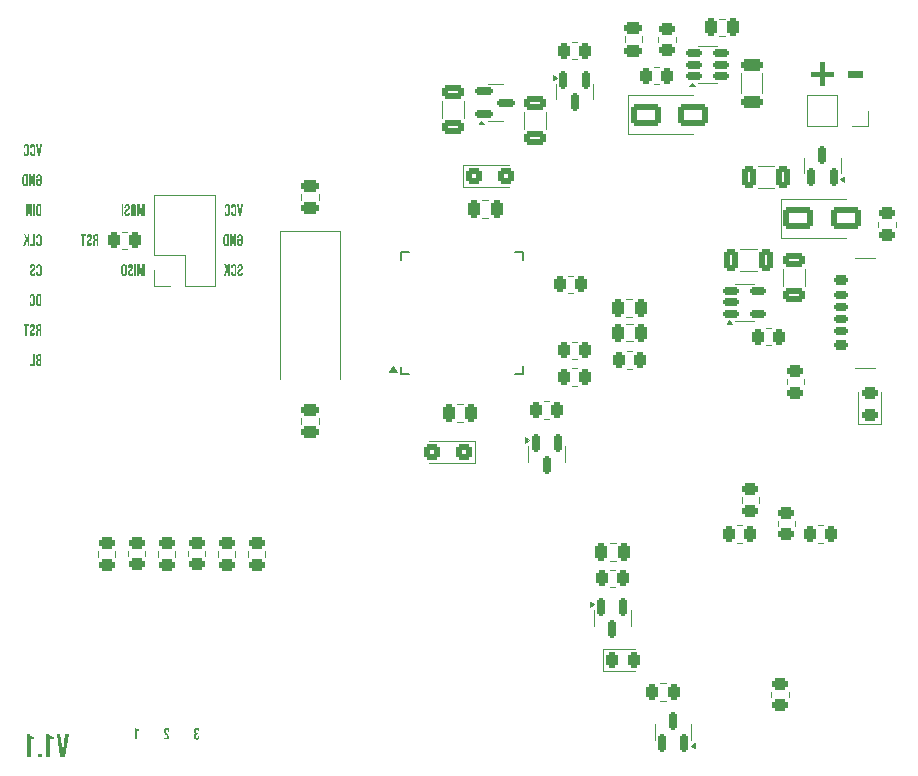
<source format=gbo>
%TF.GenerationSoftware,KiCad,Pcbnew,8.0.7*%
%TF.CreationDate,2024-12-15T20:11:50+01:00*%
%TF.ProjectId,transistor-tester,7472616e-7369-4737-946f-722d74657374,rev?*%
%TF.SameCoordinates,Original*%
%TF.FileFunction,Legend,Bot*%
%TF.FilePolarity,Positive*%
%FSLAX46Y46*%
G04 Gerber Fmt 4.6, Leading zero omitted, Abs format (unit mm)*
G04 Created by KiCad (PCBNEW 8.0.7) date 2024-12-15 20:11:50*
%MOMM*%
%LPD*%
G01*
G04 APERTURE LIST*
G04 Aperture macros list*
%AMRoundRect*
0 Rectangle with rounded corners*
0 $1 Rounding radius*
0 $2 $3 $4 $5 $6 $7 $8 $9 X,Y pos of 4 corners*
0 Add a 4 corners polygon primitive as box body*
4,1,4,$2,$3,$4,$5,$6,$7,$8,$9,$2,$3,0*
0 Add four circle primitives for the rounded corners*
1,1,$1+$1,$2,$3*
1,1,$1+$1,$4,$5*
1,1,$1+$1,$6,$7*
1,1,$1+$1,$8,$9*
0 Add four rect primitives between the rounded corners*
20,1,$1+$1,$2,$3,$4,$5,0*
20,1,$1+$1,$4,$5,$6,$7,0*
20,1,$1+$1,$6,$7,$8,$9,0*
20,1,$1+$1,$8,$9,$2,$3,0*%
G04 Aperture macros list end*
%ADD10C,0.100000*%
%ADD11C,0.120000*%
%ADD12C,0.150000*%
%ADD13R,2.000000X2.000000*%
%ADD14C,2.000000*%
%ADD15R,2.500000X3.000000*%
%ADD16C,4.000000*%
%ADD17R,1.500000X1.500000*%
%ADD18C,1.500000*%
%ADD19R,1.440000X2.000000*%
%ADD20O,1.440000X2.000000*%
%ADD21RoundRect,0.250000X-0.250000X-0.475000X0.250000X-0.475000X0.250000X0.475000X-0.250000X0.475000X0*%
%ADD22RoundRect,0.250000X0.450000X-0.262500X0.450000X0.262500X-0.450000X0.262500X-0.450000X-0.262500X0*%
%ADD23RoundRect,0.250000X-0.700000X0.275000X-0.700000X-0.275000X0.700000X-0.275000X0.700000X0.275000X0*%
%ADD24RoundRect,0.250000X0.325000X0.650000X-0.325000X0.650000X-0.325000X-0.650000X0.325000X-0.650000X0*%
%ADD25RoundRect,0.250000X0.475000X-0.250000X0.475000X0.250000X-0.475000X0.250000X-0.475000X-0.250000X0*%
%ADD26RoundRect,0.250000X0.250000X0.475000X-0.250000X0.475000X-0.250000X-0.475000X0.250000X-0.475000X0*%
%ADD27RoundRect,0.250000X-0.450000X-0.425000X0.450000X-0.425000X0.450000X0.425000X-0.450000X0.425000X0*%
%ADD28RoundRect,0.250000X-0.262500X-0.450000X0.262500X-0.450000X0.262500X0.450000X-0.262500X0.450000X0*%
%ADD29RoundRect,0.250000X0.450000X0.425000X-0.450000X0.425000X-0.450000X-0.425000X0.450000X-0.425000X0*%
%ADD30RoundRect,0.150000X-0.150000X0.587500X-0.150000X-0.587500X0.150000X-0.587500X0.150000X0.587500X0*%
%ADD31RoundRect,0.250000X-0.650000X0.325000X-0.650000X-0.325000X0.650000X-0.325000X0.650000X0.325000X0*%
%ADD32R,1.700000X1.700000*%
%ADD33O,1.700000X1.700000*%
%ADD34RoundRect,0.175000X-0.425000X0.175000X-0.425000X-0.175000X0.425000X-0.175000X0.425000X0.175000X0*%
%ADD35RoundRect,0.190000X0.410000X-0.190000X0.410000X0.190000X-0.410000X0.190000X-0.410000X-0.190000X0*%
%ADD36RoundRect,0.200000X0.400000X-0.200000X0.400000X0.200000X-0.400000X0.200000X-0.400000X-0.200000X0*%
%ADD37RoundRect,0.175000X0.425000X-0.175000X0.425000X0.175000X-0.425000X0.175000X-0.425000X-0.175000X0*%
%ADD38RoundRect,0.190000X-0.410000X0.190000X-0.410000X-0.190000X0.410000X-0.190000X0.410000X0.190000X0*%
%ADD39RoundRect,0.200000X-0.400000X0.200000X-0.400000X-0.200000X0.400000X-0.200000X0.400000X0.200000X0*%
%ADD40O,1.700000X1.100000*%
%ADD41RoundRect,0.250000X-0.325000X-0.650000X0.325000X-0.650000X0.325000X0.650000X-0.325000X0.650000X0*%
%ADD42RoundRect,0.250000X-0.450000X0.262500X-0.450000X-0.262500X0.450000X-0.262500X0.450000X0.262500X0*%
%ADD43RoundRect,0.150000X-0.587500X-0.150000X0.587500X-0.150000X0.587500X0.150000X-0.587500X0.150000X0*%
%ADD44RoundRect,0.150000X-0.512500X-0.150000X0.512500X-0.150000X0.512500X0.150000X-0.512500X0.150000X0*%
%ADD45RoundRect,0.250000X-0.475000X0.250000X-0.475000X-0.250000X0.475000X-0.250000X0.475000X0.250000X0*%
%ADD46RoundRect,0.243750X0.456250X-0.243750X0.456250X0.243750X-0.456250X0.243750X-0.456250X-0.243750X0*%
%ADD47RoundRect,0.250000X-1.000000X-0.650000X1.000000X-0.650000X1.000000X0.650000X-1.000000X0.650000X0*%
%ADD48RoundRect,0.250000X0.262500X0.450000X-0.262500X0.450000X-0.262500X-0.450000X0.262500X-0.450000X0*%
%ADD49RoundRect,0.243750X-0.243750X-0.456250X0.243750X-0.456250X0.243750X0.456250X-0.243750X0.456250X0*%
%ADD50R,1.500000X0.550000*%
%ADD51R,0.550000X1.500000*%
%ADD52RoundRect,0.150000X0.150000X-0.587500X0.150000X0.587500X-0.150000X0.587500X-0.150000X-0.587500X0*%
%ADD53RoundRect,0.250000X0.650000X-0.325000X0.650000X0.325000X-0.650000X0.325000X-0.650000X-0.325000X0*%
%ADD54R,2.000000X4.500000*%
G04 APERTURE END LIST*
D10*
G36*
X128881784Y-77569631D02*
G01*
X128934739Y-77565616D01*
X128986321Y-77551502D01*
X129029441Y-77527225D01*
X129053487Y-77505395D01*
X129082059Y-77464858D01*
X129101280Y-77415510D01*
X129110515Y-77364250D01*
X129112593Y-77321236D01*
X129112593Y-76801976D01*
X129109765Y-76752174D01*
X129099606Y-76701784D01*
X129079346Y-76653415D01*
X129053487Y-76617817D01*
X129011321Y-76583942D01*
X128964440Y-76564182D01*
X128915664Y-76555149D01*
X128881784Y-76553581D01*
X128828844Y-76557672D01*
X128777316Y-76572055D01*
X128734288Y-76596793D01*
X128710325Y-76619038D01*
X128681753Y-76660202D01*
X128662532Y-76710331D01*
X128653297Y-76762416D01*
X128651219Y-76806128D01*
X128651219Y-76892346D01*
X128797520Y-76892346D01*
X128797520Y-76794648D01*
X128803857Y-76746123D01*
X128832021Y-76706126D01*
X128877632Y-76694265D01*
X128926450Y-76707969D01*
X128953910Y-76753745D01*
X128957743Y-76791718D01*
X128957743Y-77332960D01*
X128949920Y-77383578D01*
X128916358Y-77421354D01*
X128877632Y-77428947D01*
X128828814Y-77415827D01*
X128801354Y-77372001D01*
X128797520Y-77335646D01*
X128797520Y-77147579D01*
X128874701Y-77147579D01*
X128874701Y-77006896D01*
X128651219Y-77006896D01*
X128651219Y-77325144D01*
X128654047Y-77374138D01*
X128664206Y-77423719D01*
X128684466Y-77471323D01*
X128710325Y-77506372D01*
X128752362Y-77539731D01*
X128799168Y-77559191D01*
X128847909Y-77568087D01*
X128881784Y-77569631D01*
G37*
G36*
X128554254Y-76569212D02*
G01*
X128360081Y-76569212D01*
X128209628Y-77164188D01*
X128206697Y-77164188D01*
X128206697Y-76569212D01*
X128068944Y-76569212D01*
X128068944Y-77554000D01*
X128227946Y-77554000D01*
X128413570Y-76845207D01*
X128416257Y-76845207D01*
X128416257Y-77554000D01*
X128554254Y-77554000D01*
X128554254Y-76569212D01*
G37*
G36*
X127956348Y-77554000D02*
G01*
X127719921Y-77554000D01*
X127685302Y-77552491D01*
X127635767Y-77543801D01*
X127588652Y-77524792D01*
X127546997Y-77492206D01*
X127521779Y-77457600D01*
X127502021Y-77410092D01*
X127492114Y-77360240D01*
X127489355Y-77310734D01*
X127489355Y-76812478D01*
X127489623Y-76805639D01*
X127643961Y-76805639D01*
X127643961Y-77317572D01*
X127645584Y-77343908D01*
X127664478Y-77390845D01*
X127674200Y-77399601D01*
X127722852Y-77413316D01*
X127801498Y-77413316D01*
X127801498Y-76709896D01*
X127722852Y-76709896D01*
X127709190Y-76710686D01*
X127664478Y-76732367D01*
X127651194Y-76755300D01*
X127643961Y-76805639D01*
X127489623Y-76805639D01*
X127490763Y-76776562D01*
X127498868Y-76724951D01*
X127516600Y-76675500D01*
X127546997Y-76631250D01*
X127570639Y-76610167D01*
X127613701Y-76586721D01*
X127665882Y-76573090D01*
X127719921Y-76569212D01*
X127956348Y-76569212D01*
X127956348Y-77554000D01*
G37*
G36*
X129142147Y-74029212D02*
G01*
X128986076Y-74029212D01*
X128884715Y-74796379D01*
X128881784Y-74796379D01*
X128780667Y-74029212D01*
X128638518Y-74029212D01*
X128787506Y-75014000D01*
X128992914Y-75014000D01*
X129142147Y-74029212D01*
G37*
G36*
X128351777Y-75029631D02*
G01*
X128404045Y-75025662D01*
X128454964Y-75011709D01*
X128497536Y-74987709D01*
X128521281Y-74966128D01*
X128552065Y-74921334D01*
X128570021Y-74872291D01*
X128578230Y-74821756D01*
X128579655Y-74786854D01*
X128579655Y-74256358D01*
X128576007Y-74201739D01*
X128565062Y-74153654D01*
X128544027Y-74107368D01*
X128521281Y-74077084D01*
X128479646Y-74043596D01*
X128433364Y-74024061D01*
X128385217Y-74015131D01*
X128351777Y-74013581D01*
X128299509Y-74017550D01*
X128248590Y-74031503D01*
X128206017Y-74055503D01*
X128182272Y-74077084D01*
X128151489Y-74121878D01*
X128133532Y-74170920D01*
X128125323Y-74221456D01*
X128123898Y-74256358D01*
X128123898Y-74360894D01*
X128270200Y-74360894D01*
X128270200Y-74246344D01*
X128277761Y-74197787D01*
X128313751Y-74160020D01*
X128347625Y-74154265D01*
X128394806Y-74167179D01*
X128421345Y-74210317D01*
X128425050Y-74246100D01*
X128425050Y-74798577D01*
X128415901Y-74850028D01*
X128377793Y-74884623D01*
X128347625Y-74888947D01*
X128300444Y-74876239D01*
X128273905Y-74833790D01*
X128270200Y-74798577D01*
X128270200Y-74647635D01*
X128123898Y-74647635D01*
X128123898Y-74787098D01*
X128127547Y-74841717D01*
X128138492Y-74889802D01*
X128159527Y-74936088D01*
X128182272Y-74966372D01*
X128223908Y-74999731D01*
X128270190Y-75019191D01*
X128318337Y-75028087D01*
X128351777Y-75029631D01*
G37*
G36*
X127813466Y-75029631D02*
G01*
X127865734Y-75025662D01*
X127916653Y-75011709D01*
X127959225Y-74987709D01*
X127982970Y-74966128D01*
X128013753Y-74921334D01*
X128031710Y-74872291D01*
X128039919Y-74821756D01*
X128041344Y-74786854D01*
X128041344Y-74256358D01*
X128037696Y-74201739D01*
X128026751Y-74153654D01*
X128005716Y-74107368D01*
X127982970Y-74077084D01*
X127941334Y-74043596D01*
X127895052Y-74024061D01*
X127846906Y-74015131D01*
X127813466Y-74013581D01*
X127761198Y-74017550D01*
X127710279Y-74031503D01*
X127667706Y-74055503D01*
X127643961Y-74077084D01*
X127613178Y-74121878D01*
X127595221Y-74170920D01*
X127587012Y-74221456D01*
X127585587Y-74256358D01*
X127585587Y-74360894D01*
X127731889Y-74360894D01*
X127731889Y-74246344D01*
X127739450Y-74197787D01*
X127775440Y-74160020D01*
X127809314Y-74154265D01*
X127856494Y-74167179D01*
X127883034Y-74210317D01*
X127886739Y-74246100D01*
X127886739Y-74798577D01*
X127877590Y-74850028D01*
X127839482Y-74884623D01*
X127809314Y-74888947D01*
X127762133Y-74876239D01*
X127735593Y-74833790D01*
X127731889Y-74798577D01*
X127731889Y-74647635D01*
X127585587Y-74647635D01*
X127585587Y-74787098D01*
X127589235Y-74841717D01*
X127600181Y-74889802D01*
X127621216Y-74936088D01*
X127643961Y-74966372D01*
X127685597Y-74999731D01*
X127731879Y-75019191D01*
X127780025Y-75028087D01*
X127813466Y-75029631D01*
G37*
G36*
X181621716Y-62753457D02*
G01*
X180383893Y-62753457D01*
X180383893Y-63316193D01*
X181621716Y-63316193D01*
X181621716Y-62753457D01*
G37*
G36*
X178449490Y-63253667D02*
G01*
X179202734Y-63253667D01*
X179202734Y-62815984D01*
X178449490Y-62815984D01*
X178449490Y-62003143D01*
X178009852Y-62003143D01*
X178009852Y-62815984D01*
X177256607Y-62815984D01*
X177256607Y-63253667D01*
X178009852Y-63253667D01*
X178009852Y-64003981D01*
X178449490Y-64003981D01*
X178449490Y-63253667D01*
G37*
G36*
X114393294Y-118848425D02*
G01*
X114081152Y-118848425D01*
X113878430Y-120382759D01*
X113872568Y-120382759D01*
X113670335Y-118848425D01*
X113386036Y-118848425D01*
X113684013Y-120818000D01*
X114094829Y-120818000D01*
X114393294Y-118848425D01*
G37*
G36*
X112809623Y-119317371D02*
G01*
X113133001Y-119317371D01*
X113133001Y-119098530D01*
X113034069Y-119094821D01*
X112935990Y-119080075D01*
X112920510Y-119076060D01*
X112829248Y-119033304D01*
X112792526Y-119000833D01*
X112737076Y-118916569D01*
X112708018Y-118848425D01*
X112499923Y-118848425D01*
X112499923Y-120818000D01*
X112809623Y-120818000D01*
X112809623Y-119317371D01*
G37*
G36*
X112123301Y-120536632D02*
G01*
X111824836Y-120536632D01*
X111824836Y-120818000D01*
X112123301Y-120818000D01*
X112123301Y-120536632D01*
G37*
G36*
X111164404Y-119317371D02*
G01*
X111487781Y-119317371D01*
X111487781Y-119098530D01*
X111388849Y-119094821D01*
X111290770Y-119080075D01*
X111275290Y-119076060D01*
X111184028Y-119033304D01*
X111147307Y-119000833D01*
X111091856Y-118916569D01*
X111062799Y-118848425D01*
X110854704Y-118848425D01*
X110854704Y-120818000D01*
X111164404Y-120818000D01*
X111164404Y-119317371D01*
G37*
G36*
X128900102Y-80109631D02*
G01*
X128952965Y-80105616D01*
X129004226Y-80091502D01*
X129046792Y-80067225D01*
X129070339Y-80045395D01*
X129098203Y-80004858D01*
X129116948Y-79955510D01*
X129125954Y-79904250D01*
X129127981Y-79861236D01*
X129127981Y-79804816D01*
X128981679Y-79804816D01*
X128981679Y-79872715D01*
X128973856Y-79923463D01*
X128940293Y-79961335D01*
X128901568Y-79968947D01*
X128853299Y-79955895D01*
X128841972Y-79945744D01*
X128823459Y-79899882D01*
X128821456Y-79870029D01*
X128826832Y-79818598D01*
X128844524Y-79769822D01*
X128849544Y-79760852D01*
X128880266Y-79719209D01*
X128914651Y-79682897D01*
X128953591Y-79647035D01*
X128992721Y-79610739D01*
X129030685Y-79571176D01*
X129064783Y-79529112D01*
X129087436Y-79493895D01*
X129107400Y-79449306D01*
X129119970Y-79401331D01*
X129125146Y-79349968D01*
X129125294Y-79339289D01*
X129121600Y-79283983D01*
X129110517Y-79235303D01*
X129089218Y-79188456D01*
X129066187Y-79157817D01*
X129024022Y-79123942D01*
X128977141Y-79104182D01*
X128928365Y-79095149D01*
X128894484Y-79093581D01*
X128842308Y-79097596D01*
X128791711Y-79111710D01*
X128745553Y-79139311D01*
X128726445Y-79157817D01*
X128698936Y-79198354D01*
X128680429Y-79247702D01*
X128671538Y-79298962D01*
X128669537Y-79341976D01*
X128669537Y-79383009D01*
X128815838Y-79383009D01*
X128815838Y-79331962D01*
X128822098Y-79283344D01*
X128835622Y-79257712D01*
X128879466Y-79235089D01*
X128893019Y-79234265D01*
X128940200Y-79247557D01*
X128966739Y-79291956D01*
X128970444Y-79328787D01*
X128964111Y-79377605D01*
X128945113Y-79423312D01*
X128941623Y-79429170D01*
X128910427Y-79470181D01*
X128875842Y-79506226D01*
X128836843Y-79542011D01*
X128797308Y-79578353D01*
X128759195Y-79618085D01*
X128725331Y-79660484D01*
X128703242Y-79696128D01*
X128683922Y-79741666D01*
X128671758Y-79791879D01*
X128666928Y-79841067D01*
X128666606Y-79858305D01*
X128669469Y-79908713D01*
X128679754Y-79959710D01*
X128700266Y-80008652D01*
X128726445Y-80044662D01*
X128764375Y-80076068D01*
X128810844Y-80097196D01*
X128859318Y-80107347D01*
X128900102Y-80109631D01*
G37*
G36*
X128362524Y-80109631D02*
G01*
X128414792Y-80105662D01*
X128465710Y-80091709D01*
X128508283Y-80067709D01*
X128532028Y-80046128D01*
X128562811Y-80001334D01*
X128580768Y-79952291D01*
X128588977Y-79901756D01*
X128590402Y-79866854D01*
X128590402Y-79336358D01*
X128586754Y-79281739D01*
X128575809Y-79233654D01*
X128554773Y-79187368D01*
X128532028Y-79157084D01*
X128490392Y-79123596D01*
X128444110Y-79104061D01*
X128395964Y-79095131D01*
X128362524Y-79093581D01*
X128310256Y-79097550D01*
X128259337Y-79111503D01*
X128216764Y-79135503D01*
X128193019Y-79157084D01*
X128162236Y-79201878D01*
X128144279Y-79250920D01*
X128136070Y-79301456D01*
X128134645Y-79336358D01*
X128134645Y-79440894D01*
X128280946Y-79440894D01*
X128280946Y-79326344D01*
X128288507Y-79277787D01*
X128324498Y-79240020D01*
X128358371Y-79234265D01*
X128405552Y-79247179D01*
X128432092Y-79290317D01*
X128435796Y-79326100D01*
X128435796Y-79878577D01*
X128426648Y-79930028D01*
X128388540Y-79964623D01*
X128358371Y-79968947D01*
X128311191Y-79956239D01*
X128284651Y-79913790D01*
X128280946Y-79878577D01*
X128280946Y-79727635D01*
X128134645Y-79727635D01*
X128134645Y-79867098D01*
X128138293Y-79921717D01*
X128149239Y-79969802D01*
X128170274Y-80016088D01*
X128193019Y-80046372D01*
X128234655Y-80079731D01*
X128280937Y-80099191D01*
X128329083Y-80108087D01*
X128362524Y-80109631D01*
G37*
G36*
X128045252Y-79109212D02*
G01*
X127890402Y-79109212D01*
X127890402Y-79532241D01*
X127693542Y-79109212D01*
X127538692Y-79109212D01*
X127723096Y-79479484D01*
X127536006Y-80094000D01*
X127697695Y-80094000D01*
X127828609Y-79661201D01*
X127890402Y-79784788D01*
X127890402Y-80094000D01*
X128045252Y-80094000D01*
X128045252Y-79109212D01*
G37*
G36*
X112083358Y-75014000D02*
G01*
X111846931Y-75014000D01*
X111812313Y-75012491D01*
X111762777Y-75003801D01*
X111715662Y-74984792D01*
X111674007Y-74952206D01*
X111648789Y-74917600D01*
X111629031Y-74870092D01*
X111619124Y-74820240D01*
X111616366Y-74770734D01*
X111616366Y-74272478D01*
X111616634Y-74265639D01*
X111770972Y-74265639D01*
X111770972Y-74777572D01*
X111772594Y-74803908D01*
X111791488Y-74850845D01*
X111801210Y-74859601D01*
X111849862Y-74873316D01*
X111928508Y-74873316D01*
X111928508Y-74169896D01*
X111849862Y-74169896D01*
X111836201Y-74170686D01*
X111791488Y-74192367D01*
X111778204Y-74215300D01*
X111770972Y-74265639D01*
X111616634Y-74265639D01*
X111617773Y-74236562D01*
X111625879Y-74184951D01*
X111643610Y-74135500D01*
X111674007Y-74091250D01*
X111697649Y-74070167D01*
X111740711Y-74046721D01*
X111792892Y-74033090D01*
X111846931Y-74029212D01*
X112083358Y-74029212D01*
X112083358Y-75014000D01*
G37*
G36*
X111515738Y-74029212D02*
G01*
X111360888Y-74029212D01*
X111360888Y-75014000D01*
X111515738Y-75014000D01*
X111515738Y-74029212D01*
G37*
G36*
X111247071Y-74029212D02*
G01*
X111052898Y-74029212D01*
X110902444Y-74624188D01*
X110899513Y-74624188D01*
X110899513Y-74029212D01*
X110761760Y-74029212D01*
X110761760Y-75014000D01*
X110920762Y-75014000D01*
X111106387Y-74305207D01*
X111109073Y-74305207D01*
X111109073Y-75014000D01*
X111247071Y-75014000D01*
X111247071Y-74029212D01*
G37*
G36*
X111863784Y-72489631D02*
G01*
X111916739Y-72485616D01*
X111968321Y-72471502D01*
X112011441Y-72447225D01*
X112035487Y-72425395D01*
X112064059Y-72384858D01*
X112083280Y-72335510D01*
X112092515Y-72284250D01*
X112094593Y-72241236D01*
X112094593Y-71721976D01*
X112091765Y-71672174D01*
X112081606Y-71621784D01*
X112061346Y-71573415D01*
X112035487Y-71537817D01*
X111993321Y-71503942D01*
X111946440Y-71484182D01*
X111897664Y-71475149D01*
X111863784Y-71473581D01*
X111810844Y-71477672D01*
X111759316Y-71492055D01*
X111716288Y-71516793D01*
X111692325Y-71539038D01*
X111663753Y-71580202D01*
X111644532Y-71630331D01*
X111635297Y-71682416D01*
X111633219Y-71726128D01*
X111633219Y-71812346D01*
X111779520Y-71812346D01*
X111779520Y-71714648D01*
X111785857Y-71666123D01*
X111814021Y-71626126D01*
X111859632Y-71614265D01*
X111908450Y-71627969D01*
X111935910Y-71673745D01*
X111939743Y-71711718D01*
X111939743Y-72252960D01*
X111931920Y-72303578D01*
X111898358Y-72341354D01*
X111859632Y-72348947D01*
X111810814Y-72335827D01*
X111783354Y-72292001D01*
X111779520Y-72255646D01*
X111779520Y-72067579D01*
X111856701Y-72067579D01*
X111856701Y-71926896D01*
X111633219Y-71926896D01*
X111633219Y-72245144D01*
X111636047Y-72294138D01*
X111646206Y-72343719D01*
X111666466Y-72391323D01*
X111692325Y-72426372D01*
X111734362Y-72459731D01*
X111781168Y-72479191D01*
X111829909Y-72488087D01*
X111863784Y-72489631D01*
G37*
G36*
X111536254Y-71489212D02*
G01*
X111342081Y-71489212D01*
X111191628Y-72084188D01*
X111188697Y-72084188D01*
X111188697Y-71489212D01*
X111050944Y-71489212D01*
X111050944Y-72474000D01*
X111209946Y-72474000D01*
X111395570Y-71765207D01*
X111398257Y-71765207D01*
X111398257Y-72474000D01*
X111536254Y-72474000D01*
X111536254Y-71489212D01*
G37*
G36*
X110938348Y-72474000D02*
G01*
X110701921Y-72474000D01*
X110667302Y-72472491D01*
X110617767Y-72463801D01*
X110570652Y-72444792D01*
X110528997Y-72412206D01*
X110503779Y-72377600D01*
X110484021Y-72330092D01*
X110474114Y-72280240D01*
X110471355Y-72230734D01*
X110471355Y-71732478D01*
X110471623Y-71725639D01*
X110625961Y-71725639D01*
X110625961Y-72237572D01*
X110627584Y-72263908D01*
X110646478Y-72310845D01*
X110656200Y-72319601D01*
X110704852Y-72333316D01*
X110783498Y-72333316D01*
X110783498Y-71629896D01*
X110704852Y-71629896D01*
X110691190Y-71630686D01*
X110646478Y-71652367D01*
X110633194Y-71675300D01*
X110625961Y-71725639D01*
X110471623Y-71725639D01*
X110472763Y-71696562D01*
X110480868Y-71644951D01*
X110498600Y-71595500D01*
X110528997Y-71551250D01*
X110552639Y-71530167D01*
X110595701Y-71506721D01*
X110647882Y-71493090D01*
X110701921Y-71489212D01*
X110938348Y-71489212D01*
X110938348Y-72474000D01*
G37*
G36*
X111865249Y-77569631D02*
G01*
X111917517Y-77565662D01*
X111968436Y-77551709D01*
X112011009Y-77527709D01*
X112034754Y-77506128D01*
X112065537Y-77461334D01*
X112083494Y-77412291D01*
X112091703Y-77361756D01*
X112093128Y-77326854D01*
X112093128Y-76796358D01*
X112089480Y-76741739D01*
X112078534Y-76693654D01*
X112057499Y-76647368D01*
X112034754Y-76617084D01*
X111993118Y-76583596D01*
X111946836Y-76564061D01*
X111898690Y-76555131D01*
X111865249Y-76553581D01*
X111812981Y-76557550D01*
X111762062Y-76571503D01*
X111719490Y-76595503D01*
X111695745Y-76617084D01*
X111664962Y-76661878D01*
X111647005Y-76710920D01*
X111638796Y-76761456D01*
X111637371Y-76796358D01*
X111637371Y-76900894D01*
X111783672Y-76900894D01*
X111783672Y-76786344D01*
X111791233Y-76737787D01*
X111827224Y-76700020D01*
X111861097Y-76694265D01*
X111908278Y-76707179D01*
X111934817Y-76750317D01*
X111938522Y-76786100D01*
X111938522Y-77338577D01*
X111929373Y-77390028D01*
X111891266Y-77424623D01*
X111861097Y-77428947D01*
X111813916Y-77416239D01*
X111787377Y-77373790D01*
X111783672Y-77338577D01*
X111783672Y-77187635D01*
X111637371Y-77187635D01*
X111637371Y-77327098D01*
X111641019Y-77381717D01*
X111651964Y-77429802D01*
X111672999Y-77476088D01*
X111695745Y-77506372D01*
X111737381Y-77539731D01*
X111783663Y-77559191D01*
X111831809Y-77568087D01*
X111865249Y-77569631D01*
G37*
G36*
X111547978Y-76569212D02*
G01*
X111393128Y-76569212D01*
X111393128Y-77413316D01*
X111138627Y-77413316D01*
X111138627Y-77554000D01*
X111547978Y-77554000D01*
X111547978Y-76569212D01*
G37*
G36*
X111066331Y-76569212D02*
G01*
X110911481Y-76569212D01*
X110911481Y-76992241D01*
X110714621Y-76569212D01*
X110559771Y-76569212D01*
X110744175Y-76939484D01*
X110557085Y-77554000D01*
X110718773Y-77554000D01*
X110849688Y-77121201D01*
X110911481Y-77244788D01*
X110911481Y-77554000D01*
X111066331Y-77554000D01*
X111066331Y-76569212D01*
G37*
G36*
X116909358Y-77554000D02*
G01*
X116754508Y-77554000D01*
X116754508Y-77131948D01*
X116701019Y-77131948D01*
X116670689Y-77134572D01*
X116625792Y-77158815D01*
X116608215Y-77201671D01*
X116604055Y-77252848D01*
X116604055Y-77433099D01*
X116603887Y-77458363D01*
X116601368Y-77509059D01*
X116589889Y-77554000D01*
X116432352Y-77554000D01*
X116433724Y-77550852D01*
X116446518Y-77502953D01*
X116447935Y-77485045D01*
X116449205Y-77434565D01*
X116449205Y-77261885D01*
X116450655Y-77220593D01*
X116457385Y-77170944D01*
X116472408Y-77122911D01*
X116475438Y-77116545D01*
X116506436Y-77077562D01*
X116552031Y-77054034D01*
X116552031Y-77051348D01*
X116533917Y-77042706D01*
X116494323Y-77009943D01*
X116467399Y-76963045D01*
X116454234Y-76910413D01*
X116450670Y-76856686D01*
X116450670Y-76811257D01*
X116605520Y-76811257D01*
X116605520Y-76887217D01*
X116608262Y-76922028D01*
X116628723Y-76967328D01*
X116649388Y-76981914D01*
X116698332Y-76991264D01*
X116754508Y-76991264D01*
X116754508Y-76709896D01*
X116684166Y-76709896D01*
X116669643Y-76710738D01*
X116624571Y-76733832D01*
X116611548Y-76760433D01*
X116605520Y-76811257D01*
X116450670Y-76811257D01*
X116450670Y-76796114D01*
X116452012Y-76761473D01*
X116459740Y-76712124D01*
X116476645Y-76665548D01*
X116505625Y-76624900D01*
X116537040Y-76600536D01*
X116582090Y-76581448D01*
X116630763Y-76571877D01*
X116680014Y-76569212D01*
X116909358Y-76569212D01*
X116909358Y-77554000D01*
G37*
G36*
X116144390Y-77569631D02*
G01*
X116197253Y-77565616D01*
X116248513Y-77551502D01*
X116291079Y-77527225D01*
X116314627Y-77505395D01*
X116342491Y-77464858D01*
X116361235Y-77415510D01*
X116370242Y-77364250D01*
X116372268Y-77321236D01*
X116372268Y-77264816D01*
X116225967Y-77264816D01*
X116225967Y-77332715D01*
X116218143Y-77383463D01*
X116184581Y-77421335D01*
X116145855Y-77428947D01*
X116097587Y-77415895D01*
X116086260Y-77405744D01*
X116067747Y-77359882D01*
X116065743Y-77330029D01*
X116071120Y-77278598D01*
X116088812Y-77229822D01*
X116093831Y-77220852D01*
X116124553Y-77179209D01*
X116158938Y-77142897D01*
X116197879Y-77107035D01*
X116237008Y-77070739D01*
X116274973Y-77031176D01*
X116309070Y-76989112D01*
X116331724Y-76953895D01*
X116351688Y-76909306D01*
X116364258Y-76861331D01*
X116369434Y-76809968D01*
X116369581Y-76799289D01*
X116365887Y-76743983D01*
X116354805Y-76695303D01*
X116333506Y-76648456D01*
X116310475Y-76617817D01*
X116268309Y-76583942D01*
X116221428Y-76564182D01*
X116172652Y-76555149D01*
X116138772Y-76553581D01*
X116086596Y-76557596D01*
X116035999Y-76571710D01*
X115989841Y-76599311D01*
X115970733Y-76617817D01*
X115943223Y-76658354D01*
X115924717Y-76707702D01*
X115915825Y-76758962D01*
X115913824Y-76801976D01*
X115913824Y-76843009D01*
X116060126Y-76843009D01*
X116060126Y-76791962D01*
X116066385Y-76743344D01*
X116079909Y-76717712D01*
X116123754Y-76695089D01*
X116137307Y-76694265D01*
X116184487Y-76707557D01*
X116211027Y-76751956D01*
X116214732Y-76788787D01*
X116208399Y-76837605D01*
X116189401Y-76883312D01*
X116185911Y-76889170D01*
X116154714Y-76930181D01*
X116120129Y-76966226D01*
X116081131Y-77002011D01*
X116041596Y-77038353D01*
X116003482Y-77078085D01*
X115969619Y-77120484D01*
X115947530Y-77156128D01*
X115928210Y-77201666D01*
X115916045Y-77251879D01*
X115911215Y-77301067D01*
X115910893Y-77318305D01*
X115913757Y-77368713D01*
X115924042Y-77419710D01*
X115944553Y-77468652D01*
X115970733Y-77504662D01*
X116008662Y-77536068D01*
X116055131Y-77557196D01*
X116103606Y-77567347D01*
X116144390Y-77569631D01*
G37*
G36*
X115703775Y-76709896D02*
G01*
X115865709Y-76709896D01*
X115865709Y-76569212D01*
X115387237Y-76569212D01*
X115387237Y-76709896D01*
X115549170Y-76709896D01*
X115549170Y-77554000D01*
X115703775Y-77554000D01*
X115703775Y-76709896D01*
G37*
G36*
X120846358Y-74029212D02*
G01*
X120625563Y-74029212D01*
X120526889Y-74738249D01*
X120524202Y-74738249D01*
X120425772Y-74029212D01*
X120204732Y-74029212D01*
X120204732Y-75014000D01*
X120351034Y-75014000D01*
X120351034Y-74278829D01*
X120353965Y-74278829D01*
X120466561Y-75014000D01*
X120596009Y-75014000D01*
X120708361Y-74278829D01*
X120711292Y-74278829D01*
X120711292Y-75014000D01*
X120846358Y-75014000D01*
X120846358Y-74029212D01*
G37*
G36*
X119910279Y-74015865D02*
G01*
X119958952Y-74026016D01*
X120005717Y-74047144D01*
X120044020Y-74078549D01*
X120070414Y-74114377D01*
X120091093Y-74162675D01*
X120101462Y-74212710D01*
X120104348Y-74261976D01*
X120104348Y-74781236D01*
X120102228Y-74823777D01*
X120092801Y-74874648D01*
X120073183Y-74923887D01*
X120044020Y-74964662D01*
X120019425Y-74986742D01*
X119975481Y-75011295D01*
X119923074Y-75025571D01*
X119869387Y-75029631D01*
X119828503Y-75027347D01*
X119779868Y-75017196D01*
X119733182Y-74996068D01*
X119694997Y-74964662D01*
X119668497Y-74928835D01*
X119647735Y-74880537D01*
X119637324Y-74830502D01*
X119634425Y-74781236D01*
X119634425Y-74261976D01*
X119634939Y-74251718D01*
X119789275Y-74251718D01*
X119789275Y-74791494D01*
X119793109Y-74829467D01*
X119820569Y-74875243D01*
X119869387Y-74888947D01*
X119908113Y-74881238D01*
X119941675Y-74842885D01*
X119949498Y-74791494D01*
X119949498Y-74251718D01*
X119945665Y-74213745D01*
X119918205Y-74167969D01*
X119869387Y-74154265D01*
X119830661Y-74161973D01*
X119797099Y-74200326D01*
X119789275Y-74251718D01*
X119634939Y-74251718D01*
X119636555Y-74219435D01*
X119646019Y-74168563D01*
X119665717Y-74119325D01*
X119694997Y-74078549D01*
X119719509Y-74056470D01*
X119763362Y-74031917D01*
X119815714Y-74017641D01*
X119869387Y-74013581D01*
X119910279Y-74015865D01*
G37*
G36*
X119332053Y-75029631D02*
G01*
X119384916Y-75025616D01*
X119436176Y-75011502D01*
X119478742Y-74987225D01*
X119502290Y-74965395D01*
X119530154Y-74924858D01*
X119548898Y-74875510D01*
X119557905Y-74824250D01*
X119559931Y-74781236D01*
X119559931Y-74724816D01*
X119413630Y-74724816D01*
X119413630Y-74792715D01*
X119405806Y-74843463D01*
X119372244Y-74881335D01*
X119333518Y-74888947D01*
X119285250Y-74875895D01*
X119273923Y-74865744D01*
X119255410Y-74819882D01*
X119253406Y-74790029D01*
X119258783Y-74738598D01*
X119276475Y-74689822D01*
X119281494Y-74680852D01*
X119312216Y-74639209D01*
X119346601Y-74602897D01*
X119385542Y-74567035D01*
X119424671Y-74530739D01*
X119462636Y-74491176D01*
X119496733Y-74449112D01*
X119519387Y-74413895D01*
X119539351Y-74369306D01*
X119551921Y-74321331D01*
X119557097Y-74269968D01*
X119557244Y-74259289D01*
X119553550Y-74203983D01*
X119542468Y-74155303D01*
X119521169Y-74108456D01*
X119498138Y-74077817D01*
X119455972Y-74043942D01*
X119409091Y-74024182D01*
X119360315Y-74015149D01*
X119326435Y-74013581D01*
X119274259Y-74017596D01*
X119223662Y-74031710D01*
X119177504Y-74059311D01*
X119158396Y-74077817D01*
X119130886Y-74118354D01*
X119112380Y-74167702D01*
X119103488Y-74218962D01*
X119101487Y-74261976D01*
X119101487Y-74303009D01*
X119247789Y-74303009D01*
X119247789Y-74251962D01*
X119254048Y-74203344D01*
X119267572Y-74177712D01*
X119311417Y-74155089D01*
X119324969Y-74154265D01*
X119372150Y-74167557D01*
X119398690Y-74211956D01*
X119402394Y-74248787D01*
X119396062Y-74297605D01*
X119377064Y-74343312D01*
X119373574Y-74349170D01*
X119342377Y-74390181D01*
X119307792Y-74426226D01*
X119268794Y-74462011D01*
X119229258Y-74498353D01*
X119191145Y-74538085D01*
X119157282Y-74580484D01*
X119135193Y-74616128D01*
X119115873Y-74661666D01*
X119103708Y-74711879D01*
X119098878Y-74761067D01*
X119098556Y-74778305D01*
X119101420Y-74828713D01*
X119111705Y-74879710D01*
X119132216Y-74928652D01*
X119158396Y-74964662D01*
X119196325Y-74996068D01*
X119242794Y-75017196D01*
X119291269Y-75027347D01*
X119332053Y-75029631D01*
G37*
G36*
X119012583Y-74029212D02*
G01*
X118857733Y-74029212D01*
X118857733Y-75014000D01*
X119012583Y-75014000D01*
X119012583Y-74029212D01*
G37*
G36*
X112083358Y-85174000D02*
G01*
X111928508Y-85174000D01*
X111928508Y-84751948D01*
X111875019Y-84751948D01*
X111844689Y-84754572D01*
X111799792Y-84778815D01*
X111782215Y-84821671D01*
X111778055Y-84872848D01*
X111778055Y-85053099D01*
X111777887Y-85078363D01*
X111775368Y-85129059D01*
X111763889Y-85174000D01*
X111606352Y-85174000D01*
X111607724Y-85170852D01*
X111620518Y-85122953D01*
X111621935Y-85105045D01*
X111623205Y-85054565D01*
X111623205Y-84881885D01*
X111624655Y-84840593D01*
X111631385Y-84790944D01*
X111646408Y-84742911D01*
X111649438Y-84736545D01*
X111680436Y-84697562D01*
X111726031Y-84674034D01*
X111726031Y-84671348D01*
X111707917Y-84662706D01*
X111668323Y-84629943D01*
X111641399Y-84583045D01*
X111628234Y-84530413D01*
X111624670Y-84476686D01*
X111624670Y-84431257D01*
X111779520Y-84431257D01*
X111779520Y-84507217D01*
X111782262Y-84542028D01*
X111802723Y-84587328D01*
X111823388Y-84601914D01*
X111872332Y-84611264D01*
X111928508Y-84611264D01*
X111928508Y-84329896D01*
X111858166Y-84329896D01*
X111843643Y-84330738D01*
X111798571Y-84353832D01*
X111785548Y-84380433D01*
X111779520Y-84431257D01*
X111624670Y-84431257D01*
X111624670Y-84416114D01*
X111626012Y-84381473D01*
X111633740Y-84332124D01*
X111650645Y-84285548D01*
X111679625Y-84244900D01*
X111711040Y-84220536D01*
X111756090Y-84201448D01*
X111804763Y-84191877D01*
X111854014Y-84189212D01*
X112083358Y-84189212D01*
X112083358Y-85174000D01*
G37*
G36*
X111318390Y-85189631D02*
G01*
X111371253Y-85185616D01*
X111422513Y-85171502D01*
X111465079Y-85147225D01*
X111488627Y-85125395D01*
X111516491Y-85084858D01*
X111535235Y-85035510D01*
X111544242Y-84984250D01*
X111546268Y-84941236D01*
X111546268Y-84884816D01*
X111399967Y-84884816D01*
X111399967Y-84952715D01*
X111392143Y-85003463D01*
X111358581Y-85041335D01*
X111319855Y-85048947D01*
X111271587Y-85035895D01*
X111260260Y-85025744D01*
X111241747Y-84979882D01*
X111239743Y-84950029D01*
X111245120Y-84898598D01*
X111262812Y-84849822D01*
X111267831Y-84840852D01*
X111298553Y-84799209D01*
X111332938Y-84762897D01*
X111371879Y-84727035D01*
X111411008Y-84690739D01*
X111448973Y-84651176D01*
X111483070Y-84609112D01*
X111505724Y-84573895D01*
X111525688Y-84529306D01*
X111538258Y-84481331D01*
X111543434Y-84429968D01*
X111543581Y-84419289D01*
X111539887Y-84363983D01*
X111528805Y-84315303D01*
X111507506Y-84268456D01*
X111484475Y-84237817D01*
X111442309Y-84203942D01*
X111395428Y-84184182D01*
X111346652Y-84175149D01*
X111312772Y-84173581D01*
X111260596Y-84177596D01*
X111209999Y-84191710D01*
X111163841Y-84219311D01*
X111144733Y-84237817D01*
X111117223Y-84278354D01*
X111098717Y-84327702D01*
X111089825Y-84378962D01*
X111087824Y-84421976D01*
X111087824Y-84463009D01*
X111234126Y-84463009D01*
X111234126Y-84411962D01*
X111240385Y-84363344D01*
X111253909Y-84337712D01*
X111297754Y-84315089D01*
X111311307Y-84314265D01*
X111358487Y-84327557D01*
X111385027Y-84371956D01*
X111388732Y-84408787D01*
X111382399Y-84457605D01*
X111363401Y-84503312D01*
X111359911Y-84509170D01*
X111328714Y-84550181D01*
X111294129Y-84586226D01*
X111255131Y-84622011D01*
X111215596Y-84658353D01*
X111177482Y-84698085D01*
X111143619Y-84740484D01*
X111121530Y-84776128D01*
X111102210Y-84821666D01*
X111090045Y-84871879D01*
X111085215Y-84921067D01*
X111084893Y-84938305D01*
X111087757Y-84988713D01*
X111098042Y-85039710D01*
X111118553Y-85088652D01*
X111144733Y-85124662D01*
X111182662Y-85156068D01*
X111229131Y-85177196D01*
X111277606Y-85187347D01*
X111318390Y-85189631D01*
G37*
G36*
X110877775Y-84329896D02*
G01*
X111039709Y-84329896D01*
X111039709Y-84189212D01*
X110561237Y-84189212D01*
X110561237Y-84329896D01*
X110723170Y-84329896D01*
X110723170Y-85174000D01*
X110877775Y-85174000D01*
X110877775Y-84329896D01*
G37*
G36*
X120147617Y-118586685D02*
G01*
X120309306Y-118586685D01*
X120309306Y-118477265D01*
X120259839Y-118475410D01*
X120210800Y-118468037D01*
X120203060Y-118466030D01*
X120157429Y-118444652D01*
X120139068Y-118428416D01*
X120111343Y-118386284D01*
X120096814Y-118352212D01*
X119992767Y-118352212D01*
X119992767Y-119337000D01*
X120147617Y-119337000D01*
X120147617Y-118586685D01*
G37*
G36*
X112124147Y-68949212D02*
G01*
X111968076Y-68949212D01*
X111866715Y-69716379D01*
X111863784Y-69716379D01*
X111762667Y-68949212D01*
X111620518Y-68949212D01*
X111769506Y-69934000D01*
X111974914Y-69934000D01*
X112124147Y-68949212D01*
G37*
G36*
X111333777Y-69949631D02*
G01*
X111386045Y-69945662D01*
X111436964Y-69931709D01*
X111479536Y-69907709D01*
X111503281Y-69886128D01*
X111534065Y-69841334D01*
X111552021Y-69792291D01*
X111560230Y-69741756D01*
X111561655Y-69706854D01*
X111561655Y-69176358D01*
X111558007Y-69121739D01*
X111547062Y-69073654D01*
X111526027Y-69027368D01*
X111503281Y-68997084D01*
X111461646Y-68963596D01*
X111415364Y-68944061D01*
X111367217Y-68935131D01*
X111333777Y-68933581D01*
X111281509Y-68937550D01*
X111230590Y-68951503D01*
X111188017Y-68975503D01*
X111164272Y-68997084D01*
X111133489Y-69041878D01*
X111115532Y-69090920D01*
X111107323Y-69141456D01*
X111105898Y-69176358D01*
X111105898Y-69280894D01*
X111252200Y-69280894D01*
X111252200Y-69166344D01*
X111259761Y-69117787D01*
X111295751Y-69080020D01*
X111329625Y-69074265D01*
X111376806Y-69087179D01*
X111403345Y-69130317D01*
X111407050Y-69166100D01*
X111407050Y-69718577D01*
X111397901Y-69770028D01*
X111359793Y-69804623D01*
X111329625Y-69808947D01*
X111282444Y-69796239D01*
X111255905Y-69753790D01*
X111252200Y-69718577D01*
X111252200Y-69567635D01*
X111105898Y-69567635D01*
X111105898Y-69707098D01*
X111109547Y-69761717D01*
X111120492Y-69809802D01*
X111141527Y-69856088D01*
X111164272Y-69886372D01*
X111205908Y-69919731D01*
X111252190Y-69939191D01*
X111300337Y-69948087D01*
X111333777Y-69949631D01*
G37*
G36*
X110795466Y-69949631D02*
G01*
X110847734Y-69945662D01*
X110898653Y-69931709D01*
X110941225Y-69907709D01*
X110964970Y-69886128D01*
X110995753Y-69841334D01*
X111013710Y-69792291D01*
X111021919Y-69741756D01*
X111023344Y-69706854D01*
X111023344Y-69176358D01*
X111019696Y-69121739D01*
X111008751Y-69073654D01*
X110987716Y-69027368D01*
X110964970Y-68997084D01*
X110923334Y-68963596D01*
X110877052Y-68944061D01*
X110828906Y-68935131D01*
X110795466Y-68933581D01*
X110743198Y-68937550D01*
X110692279Y-68951503D01*
X110649706Y-68975503D01*
X110625961Y-68997084D01*
X110595178Y-69041878D01*
X110577221Y-69090920D01*
X110569012Y-69141456D01*
X110567587Y-69176358D01*
X110567587Y-69280894D01*
X110713889Y-69280894D01*
X110713889Y-69166344D01*
X110721450Y-69117787D01*
X110757440Y-69080020D01*
X110791314Y-69074265D01*
X110838494Y-69087179D01*
X110865034Y-69130317D01*
X110868739Y-69166100D01*
X110868739Y-69718577D01*
X110859590Y-69770028D01*
X110821482Y-69804623D01*
X110791314Y-69808947D01*
X110744133Y-69796239D01*
X110717593Y-69753790D01*
X110713889Y-69718577D01*
X110713889Y-69567635D01*
X110567587Y-69567635D01*
X110567587Y-69707098D01*
X110571235Y-69761717D01*
X110582181Y-69809802D01*
X110603216Y-69856088D01*
X110625961Y-69886372D01*
X110667597Y-69919731D01*
X110713879Y-69939191D01*
X110762025Y-69948087D01*
X110795466Y-69949631D01*
G37*
G36*
X112083358Y-82634000D02*
G01*
X111846931Y-82634000D01*
X111812313Y-82632491D01*
X111762777Y-82623801D01*
X111715662Y-82604792D01*
X111674007Y-82572206D01*
X111648789Y-82537600D01*
X111629031Y-82490092D01*
X111619124Y-82440240D01*
X111616366Y-82390734D01*
X111616366Y-81892478D01*
X111616634Y-81885639D01*
X111770972Y-81885639D01*
X111770972Y-82397572D01*
X111772594Y-82423908D01*
X111791488Y-82470845D01*
X111801210Y-82479601D01*
X111849862Y-82493316D01*
X111928508Y-82493316D01*
X111928508Y-81789896D01*
X111849862Y-81789896D01*
X111836201Y-81790686D01*
X111791488Y-81812367D01*
X111778204Y-81835300D01*
X111770972Y-81885639D01*
X111616634Y-81885639D01*
X111617773Y-81856562D01*
X111625879Y-81804951D01*
X111643610Y-81755500D01*
X111674007Y-81711250D01*
X111697649Y-81690167D01*
X111740711Y-81666721D01*
X111792892Y-81653090D01*
X111846931Y-81649212D01*
X112083358Y-81649212D01*
X112083358Y-82634000D01*
G37*
G36*
X111297629Y-82649631D02*
G01*
X111349897Y-82645662D01*
X111400816Y-82631709D01*
X111443389Y-82607709D01*
X111467133Y-82586128D01*
X111497917Y-82541334D01*
X111515874Y-82492291D01*
X111524082Y-82441756D01*
X111525508Y-82406854D01*
X111525508Y-81876358D01*
X111521859Y-81821739D01*
X111510914Y-81773654D01*
X111489879Y-81727368D01*
X111467133Y-81697084D01*
X111425498Y-81663596D01*
X111379216Y-81644061D01*
X111331069Y-81635131D01*
X111297629Y-81633581D01*
X111245361Y-81637550D01*
X111194442Y-81651503D01*
X111151869Y-81675503D01*
X111128124Y-81697084D01*
X111097341Y-81741878D01*
X111079384Y-81790920D01*
X111071176Y-81841456D01*
X111069750Y-81876358D01*
X111069750Y-81980894D01*
X111216052Y-81980894D01*
X111216052Y-81866344D01*
X111223613Y-81817787D01*
X111259603Y-81780020D01*
X111293477Y-81774265D01*
X111340658Y-81787179D01*
X111367197Y-81830317D01*
X111370902Y-81866100D01*
X111370902Y-82418577D01*
X111361753Y-82470028D01*
X111323645Y-82504623D01*
X111293477Y-82508947D01*
X111246296Y-82496239D01*
X111219757Y-82453790D01*
X111216052Y-82418577D01*
X111216052Y-82267635D01*
X111069750Y-82267635D01*
X111069750Y-82407098D01*
X111073399Y-82461717D01*
X111084344Y-82509802D01*
X111105379Y-82556088D01*
X111128124Y-82586372D01*
X111169760Y-82619731D01*
X111216042Y-82639191D01*
X111264189Y-82648087D01*
X111297629Y-82649631D01*
G37*
G36*
X111865249Y-80109631D02*
G01*
X111917517Y-80105662D01*
X111968436Y-80091709D01*
X112011009Y-80067709D01*
X112034754Y-80046128D01*
X112065537Y-80001334D01*
X112083494Y-79952291D01*
X112091703Y-79901756D01*
X112093128Y-79866854D01*
X112093128Y-79336358D01*
X112089480Y-79281739D01*
X112078534Y-79233654D01*
X112057499Y-79187368D01*
X112034754Y-79157084D01*
X111993118Y-79123596D01*
X111946836Y-79104061D01*
X111898690Y-79095131D01*
X111865249Y-79093581D01*
X111812981Y-79097550D01*
X111762062Y-79111503D01*
X111719490Y-79135503D01*
X111695745Y-79157084D01*
X111664962Y-79201878D01*
X111647005Y-79250920D01*
X111638796Y-79301456D01*
X111637371Y-79336358D01*
X111637371Y-79440894D01*
X111783672Y-79440894D01*
X111783672Y-79326344D01*
X111791233Y-79277787D01*
X111827224Y-79240020D01*
X111861097Y-79234265D01*
X111908278Y-79247179D01*
X111934817Y-79290317D01*
X111938522Y-79326100D01*
X111938522Y-79878577D01*
X111929373Y-79930028D01*
X111891266Y-79964623D01*
X111861097Y-79968947D01*
X111813916Y-79956239D01*
X111787377Y-79913790D01*
X111783672Y-79878577D01*
X111783672Y-79727635D01*
X111637371Y-79727635D01*
X111637371Y-79867098D01*
X111641019Y-79921717D01*
X111651964Y-79969802D01*
X111672999Y-80016088D01*
X111695745Y-80046372D01*
X111737381Y-80079731D01*
X111783663Y-80099191D01*
X111831809Y-80108087D01*
X111865249Y-80109631D01*
G37*
G36*
X111343791Y-80109631D02*
G01*
X111396654Y-80105616D01*
X111447914Y-80091502D01*
X111490481Y-80067225D01*
X111514028Y-80045395D01*
X111541892Y-80004858D01*
X111560637Y-79955510D01*
X111569643Y-79904250D01*
X111571669Y-79861236D01*
X111571669Y-79804816D01*
X111425368Y-79804816D01*
X111425368Y-79872715D01*
X111417545Y-79923463D01*
X111383982Y-79961335D01*
X111345256Y-79968947D01*
X111296988Y-79955895D01*
X111285661Y-79945744D01*
X111267148Y-79899882D01*
X111265145Y-79870029D01*
X111270521Y-79818598D01*
X111288213Y-79769822D01*
X111293233Y-79760852D01*
X111323955Y-79719209D01*
X111358340Y-79682897D01*
X111397280Y-79647035D01*
X111436409Y-79610739D01*
X111474374Y-79571176D01*
X111508472Y-79529112D01*
X111531125Y-79493895D01*
X111551089Y-79449306D01*
X111563659Y-79401331D01*
X111568835Y-79349968D01*
X111568983Y-79339289D01*
X111565289Y-79283983D01*
X111554206Y-79235303D01*
X111532907Y-79188456D01*
X111509876Y-79157817D01*
X111467711Y-79123942D01*
X111420830Y-79104182D01*
X111372054Y-79095149D01*
X111338173Y-79093581D01*
X111285997Y-79097596D01*
X111235400Y-79111710D01*
X111189242Y-79139311D01*
X111170134Y-79157817D01*
X111142625Y-79198354D01*
X111124118Y-79247702D01*
X111115226Y-79298962D01*
X111113226Y-79341976D01*
X111113226Y-79383009D01*
X111259527Y-79383009D01*
X111259527Y-79331962D01*
X111265787Y-79283344D01*
X111279311Y-79257712D01*
X111323155Y-79235089D01*
X111336708Y-79234265D01*
X111383889Y-79247557D01*
X111410428Y-79291956D01*
X111414133Y-79328787D01*
X111407800Y-79377605D01*
X111388802Y-79423312D01*
X111385312Y-79429170D01*
X111354116Y-79470181D01*
X111319530Y-79506226D01*
X111280532Y-79542011D01*
X111240997Y-79578353D01*
X111202883Y-79618085D01*
X111169020Y-79660484D01*
X111146931Y-79696128D01*
X111127611Y-79741666D01*
X111115447Y-79791879D01*
X111110617Y-79841067D01*
X111110295Y-79858305D01*
X111113158Y-79908713D01*
X111123443Y-79959710D01*
X111143954Y-80008652D01*
X111170134Y-80044662D01*
X111208064Y-80076068D01*
X111254532Y-80097196D01*
X111303007Y-80107347D01*
X111343791Y-80109631D01*
G37*
G36*
X125224686Y-119352631D02*
G01*
X125278236Y-119348708D01*
X125330160Y-119334916D01*
X125373273Y-119311193D01*
X125397121Y-119289861D01*
X125427905Y-119245158D01*
X125445861Y-119195829D01*
X125454070Y-119144748D01*
X125455495Y-119109365D01*
X125455495Y-119029742D01*
X125309194Y-119029742D01*
X125309194Y-119115960D01*
X125301370Y-119166578D01*
X125267808Y-119204354D01*
X125229082Y-119211947D01*
X125180585Y-119198346D01*
X125169243Y-119187767D01*
X125151151Y-119139932D01*
X125148726Y-119102282D01*
X125148726Y-119022903D01*
X125153308Y-118971899D01*
X125172662Y-118927893D01*
X125216805Y-118902693D01*
X125250087Y-118899316D01*
X125302111Y-118899316D01*
X125302111Y-118758632D01*
X125245935Y-118758632D01*
X125196991Y-118749092D01*
X125176326Y-118734208D01*
X125155864Y-118687631D01*
X125153123Y-118651898D01*
X125153123Y-118578381D01*
X125159769Y-118528587D01*
X125174128Y-118501933D01*
X125217612Y-118478132D01*
X125230303Y-118477265D01*
X125278694Y-118492784D01*
X125302414Y-118539341D01*
X125305042Y-118571298D01*
X125305042Y-118637732D01*
X125451343Y-118637732D01*
X125451343Y-118584976D01*
X125448550Y-118535174D01*
X125438517Y-118484784D01*
X125418508Y-118436415D01*
X125392969Y-118400817D01*
X125351453Y-118366942D01*
X125305482Y-118347182D01*
X125251358Y-118337584D01*
X125224686Y-118336581D01*
X125172464Y-118340565D01*
X125121706Y-118354572D01*
X125075233Y-118381963D01*
X125055914Y-118400328D01*
X125028050Y-118440550D01*
X125009306Y-118489775D01*
X125000299Y-118541089D01*
X124998273Y-118584243D01*
X124998273Y-118619903D01*
X125001447Y-118672177D01*
X125012152Y-118720514D01*
X125025139Y-118750817D01*
X125056592Y-118790952D01*
X125101031Y-118818852D01*
X125107938Y-118821647D01*
X125107938Y-118824334D01*
X125064484Y-118847186D01*
X125030130Y-118882075D01*
X125020987Y-118897118D01*
X125002621Y-118946259D01*
X124995065Y-118996863D01*
X124994121Y-119025101D01*
X124994121Y-119111563D01*
X124997769Y-119166625D01*
X125008714Y-119214817D01*
X125029749Y-119260822D01*
X125052495Y-119290593D01*
X125094393Y-119323309D01*
X125141360Y-119342392D01*
X125190472Y-119351116D01*
X125224686Y-119352631D01*
G37*
G36*
X122906947Y-119229777D02*
G01*
X122904840Y-119178898D01*
X122897434Y-119126148D01*
X122884696Y-119078151D01*
X122873241Y-119048793D01*
X122850051Y-119005065D01*
X122822333Y-118964055D01*
X122787929Y-118921031D01*
X122752341Y-118881731D01*
X122717264Y-118842945D01*
X122683387Y-118801768D01*
X122653194Y-118759457D01*
X122633395Y-118725415D01*
X122614622Y-118680115D01*
X122603030Y-118629247D01*
X122600422Y-118590105D01*
X122604930Y-118539104D01*
X122620938Y-118501933D01*
X122664242Y-118478445D01*
X122680534Y-118477265D01*
X122729352Y-118490969D01*
X122756812Y-118536745D01*
X122760645Y-118574718D01*
X122760645Y-118680475D01*
X122906947Y-118680475D01*
X122906947Y-118584732D01*
X122904130Y-118534942D01*
X122894013Y-118484593D01*
X122873837Y-118436308D01*
X122848084Y-118400817D01*
X122805919Y-118366942D01*
X122759038Y-118347182D01*
X122710262Y-118338149D01*
X122676382Y-118336581D01*
X122623427Y-118340596D01*
X122571844Y-118354710D01*
X122528724Y-118378987D01*
X122504679Y-118400817D01*
X122476107Y-118441236D01*
X122456886Y-118490504D01*
X122447650Y-118541727D01*
X122445572Y-118584732D01*
X122448972Y-118635099D01*
X122459173Y-118684809D01*
X122476175Y-118733863D01*
X122488559Y-118760831D01*
X122513853Y-118805405D01*
X122542422Y-118847012D01*
X122576999Y-118891050D01*
X122611417Y-118930732D01*
X122636814Y-118958179D01*
X122672120Y-118997231D01*
X122702966Y-119035547D01*
X122729871Y-119077369D01*
X122747823Y-119124630D01*
X122753807Y-119175066D01*
X122753807Y-119196316D01*
X122459738Y-119196316D01*
X122459738Y-119337000D01*
X122906947Y-119337000D01*
X122906947Y-119229777D01*
G37*
G36*
X120846358Y-79109212D02*
G01*
X120625563Y-79109212D01*
X120526889Y-79818249D01*
X120524202Y-79818249D01*
X120425772Y-79109212D01*
X120204732Y-79109212D01*
X120204732Y-80094000D01*
X120351034Y-80094000D01*
X120351034Y-79358829D01*
X120353965Y-79358829D01*
X120466561Y-80094000D01*
X120596009Y-80094000D01*
X120708361Y-79358829D01*
X120711292Y-79358829D01*
X120711292Y-80094000D01*
X120846358Y-80094000D01*
X120846358Y-79109212D01*
G37*
G36*
X120093113Y-79109212D02*
G01*
X119938263Y-79109212D01*
X119938263Y-80094000D01*
X120093113Y-80094000D01*
X120093113Y-79109212D01*
G37*
G36*
X119623190Y-80109631D02*
G01*
X119676053Y-80105616D01*
X119727314Y-80091502D01*
X119769880Y-80067225D01*
X119793427Y-80045395D01*
X119821291Y-80004858D01*
X119840036Y-79955510D01*
X119849042Y-79904250D01*
X119851069Y-79861236D01*
X119851069Y-79804816D01*
X119704767Y-79804816D01*
X119704767Y-79872715D01*
X119696944Y-79923463D01*
X119663381Y-79961335D01*
X119624655Y-79968947D01*
X119576387Y-79955895D01*
X119565060Y-79945744D01*
X119546547Y-79899882D01*
X119544544Y-79870029D01*
X119549920Y-79818598D01*
X119567612Y-79769822D01*
X119572632Y-79760852D01*
X119603354Y-79719209D01*
X119637739Y-79682897D01*
X119676679Y-79647035D01*
X119715809Y-79610739D01*
X119753773Y-79571176D01*
X119787871Y-79529112D01*
X119810524Y-79493895D01*
X119830488Y-79449306D01*
X119843058Y-79401331D01*
X119848234Y-79349968D01*
X119848382Y-79339289D01*
X119844688Y-79283983D01*
X119833605Y-79235303D01*
X119812306Y-79188456D01*
X119789275Y-79157817D01*
X119747110Y-79123942D01*
X119700229Y-79104182D01*
X119651453Y-79095149D01*
X119617572Y-79093581D01*
X119565396Y-79097596D01*
X119514799Y-79111710D01*
X119468641Y-79139311D01*
X119449533Y-79157817D01*
X119422024Y-79198354D01*
X119403517Y-79247702D01*
X119394625Y-79298962D01*
X119392625Y-79341976D01*
X119392625Y-79383009D01*
X119538926Y-79383009D01*
X119538926Y-79331962D01*
X119545186Y-79283344D01*
X119558710Y-79257712D01*
X119602554Y-79235089D01*
X119616107Y-79234265D01*
X119663288Y-79247557D01*
X119689827Y-79291956D01*
X119693532Y-79328787D01*
X119687199Y-79377605D01*
X119668201Y-79423312D01*
X119664711Y-79429170D01*
X119633515Y-79470181D01*
X119598930Y-79506226D01*
X119559931Y-79542011D01*
X119520396Y-79578353D01*
X119482283Y-79618085D01*
X119448419Y-79660484D01*
X119426330Y-79696128D01*
X119407010Y-79741666D01*
X119394846Y-79791879D01*
X119390016Y-79841067D01*
X119389694Y-79858305D01*
X119392557Y-79908713D01*
X119402842Y-79959710D01*
X119423354Y-80008652D01*
X119449533Y-80044662D01*
X119487463Y-80076068D01*
X119533932Y-80097196D01*
X119582406Y-80107347D01*
X119623190Y-80109631D01*
G37*
G36*
X119120886Y-79095865D02*
G01*
X119169559Y-79106016D01*
X119216325Y-79127144D01*
X119254628Y-79158549D01*
X119281021Y-79194377D01*
X119301700Y-79242675D01*
X119312069Y-79292710D01*
X119314956Y-79341976D01*
X119314956Y-79861236D01*
X119312835Y-79903777D01*
X119303408Y-79954648D01*
X119283790Y-80003887D01*
X119254628Y-80044662D01*
X119230032Y-80066742D01*
X119186088Y-80091295D01*
X119133682Y-80105571D01*
X119079994Y-80109631D01*
X119039110Y-80107347D01*
X118990475Y-80097196D01*
X118943789Y-80076068D01*
X118905605Y-80044662D01*
X118879104Y-80008835D01*
X118858342Y-79960537D01*
X118847931Y-79910502D01*
X118845032Y-79861236D01*
X118845032Y-79341976D01*
X118845546Y-79331718D01*
X118999882Y-79331718D01*
X118999882Y-79871494D01*
X119003716Y-79909467D01*
X119031176Y-79955243D01*
X119079994Y-79968947D01*
X119118720Y-79961238D01*
X119152282Y-79922885D01*
X119160106Y-79871494D01*
X119160106Y-79331718D01*
X119156272Y-79293745D01*
X119128812Y-79247969D01*
X119079994Y-79234265D01*
X119041268Y-79241973D01*
X119007706Y-79280326D01*
X118999882Y-79331718D01*
X118845546Y-79331718D01*
X118847162Y-79299435D01*
X118856626Y-79248563D01*
X118876324Y-79199325D01*
X118905605Y-79158549D01*
X118930117Y-79136470D01*
X118973969Y-79111917D01*
X119026322Y-79097641D01*
X119079994Y-79093581D01*
X119120886Y-79095865D01*
G37*
G36*
X112083358Y-87714000D02*
G01*
X111839848Y-87714000D01*
X111805176Y-87712562D01*
X111755331Y-87704285D01*
X111707540Y-87686178D01*
X111664726Y-87655137D01*
X111647487Y-87635360D01*
X111621775Y-87587971D01*
X111608626Y-87536389D01*
X111604886Y-87483434D01*
X111604886Y-87400147D01*
X111605180Y-87393797D01*
X111759736Y-87393797D01*
X111759736Y-87478061D01*
X111761301Y-87505145D01*
X111779520Y-87552066D01*
X111792192Y-87562338D01*
X111839848Y-87573316D01*
X111928508Y-87573316D01*
X111928508Y-87276316D01*
X111859632Y-87276316D01*
X111826437Y-87279347D01*
X111782939Y-87301962D01*
X111764178Y-87343521D01*
X111759736Y-87393797D01*
X111605180Y-87393797D01*
X111606692Y-87361126D01*
X111616168Y-87309906D01*
X111637491Y-87261242D01*
X111675398Y-87220251D01*
X111720413Y-87197182D01*
X111720413Y-87194495D01*
X111717264Y-87193125D01*
X111676205Y-87166285D01*
X111645187Y-87124642D01*
X111634394Y-87098553D01*
X111623433Y-87048541D01*
X111620518Y-86998856D01*
X111620518Y-86973211D01*
X111775124Y-86973211D01*
X111775124Y-87029387D01*
X111777865Y-87064951D01*
X111798327Y-87111208D01*
X111819026Y-87126092D01*
X111868180Y-87135632D01*
X111928508Y-87135632D01*
X111928508Y-86869896D01*
X111854014Y-86869896D01*
X111837209Y-86871065D01*
X111794175Y-86894321D01*
X111780500Y-86923819D01*
X111775124Y-86973211D01*
X111620518Y-86973211D01*
X111620518Y-86959045D01*
X111621860Y-86923964D01*
X111629588Y-86873985D01*
X111646493Y-86826810D01*
X111675473Y-86785632D01*
X111706888Y-86760949D01*
X111751938Y-86741609D01*
X111800611Y-86731912D01*
X111849862Y-86729212D01*
X112083358Y-86729212D01*
X112083358Y-87714000D01*
G37*
G36*
X111517692Y-86729212D02*
G01*
X111362842Y-86729212D01*
X111362842Y-87573316D01*
X111108341Y-87573316D01*
X111108341Y-87714000D01*
X111517692Y-87714000D01*
X111517692Y-86729212D01*
G37*
D11*
%TO.C,C11*%
X162135452Y-84151800D02*
X161612948Y-84151800D01*
X162135452Y-85621800D02*
X161612948Y-85621800D01*
%TO.C,R4*%
X164314200Y-59845836D02*
X164314200Y-60299964D01*
X165784200Y-59845836D02*
X165784200Y-60299964D01*
%TO.C,L1*%
X171302000Y-64614842D02*
X171302000Y-62944358D01*
X173122000Y-64614842D02*
X173122000Y-62944358D01*
%TO.C,C3*%
X172718148Y-70819600D02*
X174140652Y-70819600D01*
X172718148Y-72639600D02*
X174140652Y-72639600D01*
%TO.C,C6*%
X149928252Y-73687000D02*
X149405748Y-73687000D01*
X149928252Y-75157000D02*
X149405748Y-75157000D01*
%TO.C,C5*%
X161469400Y-59799548D02*
X161469400Y-60322052D01*
X162939400Y-59799548D02*
X162939400Y-60322052D01*
%TO.C,C7*%
X147251748Y-90959000D02*
X147774252Y-90959000D01*
X147251748Y-92429000D02*
X147774252Y-92429000D01*
%TO.C,C17*%
X147757000Y-70693000D02*
X147757000Y-72563000D01*
X147757000Y-72563000D02*
X151667000Y-72563000D01*
X151667000Y-70693000D02*
X147757000Y-70693000D01*
%TO.C,R6*%
X119329564Y-76354000D02*
X118875436Y-76354000D01*
X119329564Y-77824000D02*
X118875436Y-77824000D01*
%TO.C,C15*%
X144911000Y-95931000D02*
X148821000Y-95931000D01*
X148821000Y-94061000D02*
X144911000Y-94061000D01*
X148821000Y-95931000D02*
X148821000Y-94061000D01*
%TO.C,Q2*%
X155667900Y-63815200D02*
X155667900Y-64465200D01*
X155667900Y-65115200D02*
X155667900Y-64465200D01*
X158787900Y-63815200D02*
X158787900Y-64465200D01*
X158787900Y-65115200D02*
X158787900Y-64465200D01*
X155717900Y-63302700D02*
X155387900Y-63542700D01*
X155387900Y-63062700D01*
X155717900Y-63302700D01*
G36*
X155717900Y-63302700D02*
G01*
X155387900Y-63542700D01*
X155387900Y-63062700D01*
X155717900Y-63302700D01*
G37*
%TO.C,C12*%
X152965100Y-67613052D02*
X152965100Y-66190548D01*
X154785100Y-67613052D02*
X154785100Y-66190548D01*
%TO.C,J2*%
X176876400Y-64760800D02*
X176876400Y-67420800D01*
X176876400Y-64760800D02*
X179476400Y-64760800D01*
X176876400Y-67420800D02*
X179476400Y-67420800D01*
X179476400Y-64760800D02*
X179476400Y-67420800D01*
X182076400Y-66090800D02*
X182076400Y-67420800D01*
X182076400Y-67420800D02*
X180746400Y-67420800D01*
%TO.C,J1*%
X180926400Y-78540400D02*
X182626400Y-78540400D01*
X180926400Y-87880400D02*
X182626400Y-87880400D01*
%TO.C,C1*%
X172667452Y-77830000D02*
X171244948Y-77830000D01*
X172667452Y-79650000D02*
X171244948Y-79650000D01*
%TO.C,J3*%
X121606000Y-73219000D02*
X121606000Y-78359000D01*
X121606000Y-80959000D02*
X121606000Y-79629000D01*
X122936000Y-80959000D02*
X121606000Y-80959000D01*
X124206000Y-78359000D02*
X121606000Y-78359000D01*
X124206000Y-80959000D02*
X124206000Y-78359000D01*
X126806000Y-73219000D02*
X121606000Y-73219000D01*
X126806000Y-73219000D02*
X126806000Y-80959000D01*
X126806000Y-80959000D02*
X124206000Y-80959000D01*
%TO.C,R9*%
X119407000Y-103835564D02*
X119407000Y-103381436D01*
X120877000Y-103835564D02*
X120877000Y-103381436D01*
%TO.C,U5*%
X149849200Y-63868600D02*
X150499200Y-63868600D01*
X149849200Y-66988600D02*
X150499200Y-66988600D01*
X151149200Y-63868600D02*
X150499200Y-63868600D01*
X151149200Y-66988600D02*
X150499200Y-66988600D01*
X149576700Y-67268600D02*
X149096700Y-67268600D01*
X149336700Y-66938600D01*
X149576700Y-67268600D01*
G36*
X149576700Y-67268600D02*
G01*
X149096700Y-67268600D01*
X149336700Y-66938600D01*
X149576700Y-67268600D01*
G37*
%TO.C,U2*%
X170822300Y-80771600D02*
X171622300Y-80771600D01*
X170822300Y-83891600D02*
X171622300Y-83891600D01*
X172422300Y-80771600D02*
X171622300Y-80771600D01*
X172422300Y-83891600D02*
X171622300Y-83891600D01*
X170562300Y-84171600D02*
X170082300Y-84171600D01*
X170322300Y-83841600D01*
X170562300Y-84171600D01*
G36*
X170562300Y-84171600D02*
G01*
X170082300Y-84171600D01*
X170322300Y-83841600D01*
X170562300Y-84171600D01*
G37*
%TO.C,R10*%
X121947000Y-103859064D02*
X121947000Y-103404936D01*
X123417000Y-103859064D02*
X123417000Y-103404936D01*
%TO.C,C10*%
X134088200Y-92615652D02*
X134088200Y-92093148D01*
X135558200Y-92615652D02*
X135558200Y-92093148D01*
%TO.C,D4*%
X181231900Y-89957400D02*
X181231900Y-92642400D01*
X181231900Y-92642400D02*
X183151900Y-92642400D01*
X183151900Y-92642400D02*
X183151900Y-89957400D01*
%TO.C,D1*%
X174664400Y-73559400D02*
X174664400Y-76859400D01*
X180174400Y-73559400D02*
X174664400Y-73559400D01*
X180174400Y-76859400D02*
X174664400Y-76859400D01*
%TO.C,R22*%
X160663664Y-104956700D02*
X160209536Y-104956700D01*
X160663664Y-106426700D02*
X160209536Y-106426700D01*
%TO.C,R24*%
X164922564Y-114581000D02*
X164468436Y-114581000D01*
X164922564Y-116051000D02*
X164468436Y-116051000D01*
%TO.C,R2*%
X182932400Y-75944464D02*
X182932400Y-75490336D01*
X184402400Y-75944464D02*
X184402400Y-75490336D01*
%TO.C,R5*%
X154609436Y-90705000D02*
X155063564Y-90705000D01*
X154609436Y-92175000D02*
X155063564Y-92175000D01*
%TO.C,U4*%
X153314000Y-94521500D02*
X153314000Y-95171500D01*
X153314000Y-95821500D02*
X153314000Y-95171500D01*
X156434000Y-94521500D02*
X156434000Y-95171500D01*
X156434000Y-95821500D02*
X156434000Y-95171500D01*
X153364000Y-94009000D02*
X153034000Y-94249000D01*
X153034000Y-93769000D01*
X153364000Y-94009000D01*
G36*
X153364000Y-94009000D02*
G01*
X153034000Y-94249000D01*
X153034000Y-93769000D01*
X153364000Y-94009000D01*
G37*
%TO.C,C14*%
X160697852Y-102721500D02*
X160175348Y-102721500D01*
X160697852Y-104191500D02*
X160175348Y-104191500D01*
%TO.C,C4*%
X169425948Y-58320000D02*
X169948452Y-58320000D01*
X169425948Y-59790000D02*
X169948452Y-59790000D01*
%TO.C,R11*%
X124487000Y-103835564D02*
X124487000Y-103381436D01*
X125957000Y-103835564D02*
X125957000Y-103381436D01*
%TO.C,R8*%
X116867000Y-103859064D02*
X116867000Y-103404936D01*
X118337000Y-103859064D02*
X118337000Y-103404936D01*
%TO.C,D3*%
X159628100Y-111663600D02*
X159628100Y-113583600D01*
X159628100Y-113583600D02*
X162313100Y-113583600D01*
X162313100Y-111663600D02*
X159628100Y-111663600D01*
%TO.C,R12*%
X127027000Y-103859064D02*
X127027000Y-103404936D01*
X128497000Y-103859064D02*
X128497000Y-103404936D01*
%TO.C,R21*%
X173890000Y-115773564D02*
X173890000Y-115319436D01*
X175360000Y-115773564D02*
X175360000Y-115319436D01*
D12*
%TO.C,U1*%
X142500600Y-78710400D02*
X142500600Y-78035400D01*
X142500600Y-87770400D02*
X142500600Y-88385400D01*
X143175600Y-78035400D02*
X142500600Y-78035400D01*
X143175600Y-88385400D02*
X142500600Y-88385400D01*
X152175600Y-78035400D02*
X152850600Y-78035400D01*
X152175600Y-88385400D02*
X152850600Y-88385400D01*
X152850600Y-78710400D02*
X152850600Y-78035400D01*
X152850600Y-87710400D02*
X152850600Y-88385400D01*
D11*
X142155600Y-88220400D02*
X141475600Y-88220400D01*
X141815600Y-87750400D01*
X142155600Y-88220400D01*
G36*
X142155600Y-88220400D02*
G01*
X141475600Y-88220400D01*
X141815600Y-87750400D01*
X142155600Y-88220400D01*
G37*
%TO.C,Q3*%
X158841000Y-108417600D02*
X158841000Y-109067600D01*
X158841000Y-109717600D02*
X158841000Y-109067600D01*
X161961000Y-108417600D02*
X161961000Y-109067600D01*
X161961000Y-109717600D02*
X161961000Y-109067600D01*
X158891000Y-107905100D02*
X158561000Y-108145100D01*
X158561000Y-107665100D01*
X158891000Y-107905100D01*
G36*
X158891000Y-107905100D02*
G01*
X158561000Y-108145100D01*
X158561000Y-107665100D01*
X158891000Y-107905100D01*
G37*
%TO.C,C13*%
X146005500Y-66700452D02*
X146005500Y-65277948D01*
X147825500Y-66700452D02*
X147825500Y-65277948D01*
%TO.C,R3*%
X164363764Y-62409400D02*
X163909636Y-62409400D01*
X164363764Y-63879400D02*
X163909636Y-63879400D01*
%TO.C,R15*%
X174423400Y-100816036D02*
X174423400Y-101270164D01*
X175893400Y-100816036D02*
X175893400Y-101270164D01*
%TO.C,D2*%
X161761200Y-64796400D02*
X161761200Y-68096400D01*
X167271200Y-64796400D02*
X161761200Y-64796400D01*
X167271200Y-68096400D02*
X161761200Y-68096400D01*
%TO.C,Q4*%
X163987000Y-118046500D02*
X163987000Y-118696500D01*
X163987000Y-119346500D02*
X163987000Y-118696500D01*
X167107000Y-118046500D02*
X167107000Y-118696500D01*
X167107000Y-119346500D02*
X167107000Y-118696500D01*
X167387000Y-120099000D02*
X167057000Y-119859000D01*
X167387000Y-119619000D01*
X167387000Y-120099000D01*
G36*
X167387000Y-120099000D02*
G01*
X167057000Y-119859000D01*
X167387000Y-119619000D01*
X167387000Y-120099000D01*
G37*
%TO.C,U3*%
X167678200Y-60648400D02*
X168478200Y-60648400D01*
X167678200Y-63768400D02*
X168478200Y-63768400D01*
X169278200Y-60648400D02*
X168478200Y-60648400D01*
X169278200Y-63768400D02*
X168478200Y-63768400D01*
X167418200Y-64048400D02*
X166938200Y-64048400D01*
X167178200Y-63718400D01*
X167418200Y-64048400D01*
G36*
X167418200Y-64048400D02*
G01*
X166938200Y-64048400D01*
X167178200Y-63718400D01*
X167418200Y-64048400D01*
G37*
%TO.C,Q1*%
X176646400Y-70114400D02*
X176646400Y-70764400D01*
X176646400Y-71414400D02*
X176646400Y-70764400D01*
X179766400Y-70114400D02*
X179766400Y-70764400D01*
X179766400Y-71414400D02*
X179766400Y-70764400D01*
X180046400Y-72166900D02*
X179716400Y-71926900D01*
X180046400Y-71686900D01*
X180046400Y-72166900D01*
G36*
X180046400Y-72166900D02*
G01*
X179716400Y-71926900D01*
X180046400Y-71686900D01*
X180046400Y-72166900D01*
G37*
%TO.C,R18*%
X156998936Y-87911000D02*
X157453064Y-87911000D01*
X156998936Y-89381000D02*
X157453064Y-89381000D01*
%TO.C,R19*%
X157438164Y-85660800D02*
X156984036Y-85660800D01*
X157438164Y-87130800D02*
X156984036Y-87130800D01*
%TO.C,R1*%
X173859564Y-84507400D02*
X173405436Y-84507400D01*
X173859564Y-85977400D02*
X173405436Y-85977400D01*
%TO.C,R20*%
X157000836Y-60275800D02*
X157454964Y-60275800D01*
X157000836Y-61745800D02*
X157454964Y-61745800D01*
%TO.C,R14*%
X171375400Y-98834836D02*
X171375400Y-99288964D01*
X172845400Y-98834836D02*
X172845400Y-99288964D01*
%TO.C,R7*%
X162101264Y-86488600D02*
X161647136Y-86488600D01*
X162101264Y-87958600D02*
X161647136Y-87958600D01*
%TO.C,C2*%
X174883400Y-79500148D02*
X174883400Y-80922652D01*
X176703400Y-79500148D02*
X176703400Y-80922652D01*
%TO.C,R17*%
X177825036Y-101220600D02*
X178279164Y-101220600D01*
X177825036Y-102690600D02*
X178279164Y-102690600D01*
%TO.C,R23*%
X157095564Y-80072800D02*
X156641436Y-80072800D01*
X157095564Y-81542800D02*
X156641436Y-81542800D01*
%TO.C,C9*%
X134088200Y-73144748D02*
X134088200Y-73667252D01*
X135558200Y-73144748D02*
X135558200Y-73667252D01*
%TO.C,C8*%
X162120252Y-82069000D02*
X161597748Y-82069000D01*
X162120252Y-83539000D02*
X161597748Y-83539000D01*
%TO.C,R16*%
X170970836Y-101220600D02*
X171424964Y-101220600D01*
X170970836Y-102690600D02*
X171424964Y-102690600D01*
%TO.C,R13*%
X129567000Y-103859064D02*
X129567000Y-103404936D01*
X131037000Y-103859064D02*
X131037000Y-103404936D01*
%TO.C,R25*%
X175185400Y-89279464D02*
X175185400Y-88825336D01*
X176655400Y-89279464D02*
X176655400Y-88825336D01*
%TO.C,Y1*%
X132273200Y-76256400D02*
X132273200Y-88856400D01*
X137373200Y-76256400D02*
X132273200Y-76256400D01*
X137373200Y-88856400D02*
X137373200Y-76256400D01*
%TD*%
%LPC*%
D12*
G36*
X152222441Y-60831000D02*
G01*
X151791597Y-60831000D01*
X151707333Y-60268264D01*
X151179769Y-60268264D01*
X151095505Y-60831000D01*
X150630955Y-60831000D01*
X150791422Y-59846212D01*
X151234723Y-59846212D01*
X151652378Y-59846212D01*
X151450145Y-58406401D01*
X151441353Y-58406401D01*
X151234723Y-59846212D01*
X150791422Y-59846212D01*
X151112357Y-57876638D01*
X151741039Y-57876638D01*
X152222441Y-60831000D01*
G37*
G36*
X150657333Y-57876638D02*
G01*
X150189120Y-57876638D01*
X149885037Y-60178138D01*
X149876244Y-60178138D01*
X149572895Y-57876638D01*
X149146447Y-57876638D01*
X149593411Y-60831000D01*
X150209636Y-60831000D01*
X150657333Y-57876638D01*
G37*
G36*
X148931757Y-60831000D02*
G01*
X148467207Y-60831000D01*
X148467207Y-59564845D01*
X148306740Y-59564845D01*
X148215750Y-59572716D01*
X148081060Y-59645445D01*
X148028329Y-59774013D01*
X148015847Y-59927545D01*
X148015847Y-60468299D01*
X148015343Y-60544090D01*
X148007787Y-60696177D01*
X147973348Y-60831000D01*
X147500739Y-60831000D01*
X147504854Y-60821557D01*
X147543237Y-60677859D01*
X147547487Y-60624135D01*
X147551297Y-60472695D01*
X147551297Y-59954656D01*
X147555647Y-59830779D01*
X147575837Y-59681834D01*
X147620906Y-59537734D01*
X147629996Y-59518637D01*
X147722990Y-59401687D01*
X147859775Y-59331104D01*
X147859775Y-59323044D01*
X147805433Y-59297119D01*
X147686650Y-59198830D01*
X147605879Y-59058135D01*
X147566384Y-58900240D01*
X147555693Y-58739060D01*
X147555693Y-58602772D01*
X148020243Y-58602772D01*
X148020243Y-58830651D01*
X148028468Y-58935084D01*
X148089852Y-59070986D01*
X148151848Y-59114743D01*
X148298680Y-59142793D01*
X148467207Y-59142793D01*
X148467207Y-58298690D01*
X148256182Y-58298690D01*
X148212613Y-58301214D01*
X148077396Y-58370497D01*
X148038327Y-58450299D01*
X148020243Y-58602772D01*
X147555693Y-58602772D01*
X147555693Y-58557343D01*
X147559718Y-58453419D01*
X147582902Y-58305374D01*
X147633617Y-58165645D01*
X147720557Y-58043700D01*
X147814804Y-57970610D01*
X147949954Y-57913346D01*
X148095973Y-57884632D01*
X148243725Y-57876638D01*
X148931757Y-57876638D01*
X148931757Y-60831000D01*
G37*
G36*
X146206007Y-58298690D02*
G01*
X146691806Y-58298690D01*
X146691806Y-57876638D01*
X145256391Y-57876638D01*
X145256391Y-58298690D01*
X145742190Y-58298690D01*
X145742190Y-60831000D01*
X146206007Y-60831000D01*
X146206007Y-58298690D01*
G37*
G36*
X145042434Y-60831000D02*
G01*
X144577884Y-60831000D01*
X144577884Y-59564845D01*
X144417417Y-59564845D01*
X144326427Y-59572716D01*
X144191736Y-59645445D01*
X144139006Y-59774013D01*
X144126524Y-59927545D01*
X144126524Y-60468299D01*
X144126020Y-60544090D01*
X144118464Y-60696177D01*
X144084025Y-60831000D01*
X143611415Y-60831000D01*
X143615531Y-60821557D01*
X143653914Y-60677859D01*
X143658164Y-60624135D01*
X143661974Y-60472695D01*
X143661974Y-59954656D01*
X143666324Y-59830779D01*
X143686514Y-59681834D01*
X143731583Y-59537734D01*
X143740673Y-59518637D01*
X143833667Y-59401687D01*
X143970452Y-59331104D01*
X143970452Y-59323044D01*
X143916110Y-59297119D01*
X143797327Y-59198830D01*
X143716556Y-59058135D01*
X143677060Y-58900240D01*
X143666370Y-58739060D01*
X143666370Y-58602772D01*
X144130920Y-58602772D01*
X144130920Y-58830651D01*
X144139145Y-58935084D01*
X144200529Y-59070986D01*
X144262525Y-59114743D01*
X144409357Y-59142793D01*
X144577884Y-59142793D01*
X144577884Y-58298690D01*
X144366859Y-58298690D01*
X144323290Y-58301214D01*
X144188073Y-58370497D01*
X144149003Y-58450299D01*
X144130920Y-58602772D01*
X143666370Y-58602772D01*
X143666370Y-58557343D01*
X143670395Y-58453419D01*
X143693579Y-58305374D01*
X143744294Y-58165645D01*
X143831234Y-58043700D01*
X143925481Y-57970610D01*
X144060631Y-57913346D01*
X144206650Y-57884632D01*
X144354402Y-57876638D01*
X145042434Y-57876638D01*
X145042434Y-60831000D01*
G37*
G36*
X143473662Y-60831000D02*
G01*
X143042818Y-60831000D01*
X142958554Y-60268264D01*
X142430990Y-60268264D01*
X142346726Y-60831000D01*
X141882176Y-60831000D01*
X142042644Y-59846212D01*
X142485944Y-59846212D01*
X142903600Y-59846212D01*
X142701367Y-58406401D01*
X142692574Y-58406401D01*
X142485944Y-59846212D01*
X142042644Y-59846212D01*
X142363579Y-57876638D01*
X142992260Y-57876638D01*
X143473662Y-60831000D01*
G37*
G36*
X141668952Y-57876638D02*
G01*
X141086433Y-57876638D01*
X140635072Y-59661565D01*
X140626279Y-59661565D01*
X140626279Y-57876638D01*
X140213020Y-57876638D01*
X140213020Y-60831000D01*
X140690027Y-60831000D01*
X141246900Y-58704621D01*
X141254960Y-58704621D01*
X141254960Y-60831000D01*
X141668952Y-60831000D01*
X141668952Y-57876638D01*
G37*
G36*
X139271464Y-60877894D02*
G01*
X139430054Y-60865850D01*
X139583835Y-60823507D01*
X139711534Y-60750677D01*
X139782176Y-60685187D01*
X139865767Y-60563574D01*
X139922001Y-60415531D01*
X139949021Y-60261750D01*
X139955100Y-60132709D01*
X139955100Y-59963449D01*
X139516196Y-59963449D01*
X139516196Y-60167147D01*
X139492725Y-60319389D01*
X139392038Y-60433006D01*
X139275861Y-60455842D01*
X139131055Y-60416687D01*
X139097075Y-60386233D01*
X139041536Y-60248646D01*
X139035526Y-60159087D01*
X139051654Y-60004794D01*
X139104731Y-59858466D01*
X139119789Y-59831558D01*
X139211956Y-59706629D01*
X139315110Y-59597693D01*
X139431932Y-59490106D01*
X139549320Y-59381218D01*
X139663214Y-59262528D01*
X139765506Y-59136336D01*
X139833467Y-59030685D01*
X139893359Y-58896920D01*
X139931069Y-58752993D01*
X139946596Y-58598905D01*
X139947040Y-58566868D01*
X139935957Y-58400951D01*
X139902710Y-58254909D01*
X139838812Y-58114369D01*
X139769720Y-58022451D01*
X139643224Y-57920828D01*
X139502581Y-57861548D01*
X139356253Y-57834448D01*
X139254612Y-57829743D01*
X139098082Y-57841788D01*
X138946292Y-57884131D01*
X138807817Y-57966935D01*
X138750494Y-58022451D01*
X138667966Y-58144064D01*
X138612446Y-58292107D01*
X138585771Y-58445888D01*
X138579769Y-58574928D01*
X138579769Y-58698027D01*
X139018673Y-58698027D01*
X139018673Y-58544886D01*
X139037452Y-58399033D01*
X139078024Y-58322137D01*
X139209557Y-58254268D01*
X139250215Y-58251795D01*
X139391758Y-58291671D01*
X139471375Y-58424870D01*
X139482490Y-58535361D01*
X139463492Y-58681817D01*
X139406498Y-58818936D01*
X139396028Y-58836512D01*
X139302438Y-58959544D01*
X139198683Y-59067678D01*
X139081688Y-59175033D01*
X138963082Y-59284061D01*
X138848742Y-59403256D01*
X138747151Y-59530452D01*
X138680885Y-59637385D01*
X138622925Y-59773999D01*
X138586432Y-59924637D01*
X138571942Y-60072203D01*
X138570976Y-60123916D01*
X138579566Y-60275140D01*
X138610421Y-60428131D01*
X138671955Y-60574957D01*
X138750494Y-60682988D01*
X138864283Y-60777205D01*
X139003689Y-60840588D01*
X139149113Y-60871042D01*
X139271464Y-60877894D01*
G37*
G36*
X138313055Y-57876638D02*
G01*
X137848505Y-57876638D01*
X137848505Y-60831000D01*
X138313055Y-60831000D01*
X138313055Y-57876638D01*
G37*
G36*
X136903286Y-60877894D02*
G01*
X137061876Y-60865850D01*
X137215656Y-60823507D01*
X137343355Y-60750677D01*
X137413997Y-60685187D01*
X137497589Y-60563574D01*
X137553823Y-60415531D01*
X137580842Y-60261750D01*
X137586921Y-60132709D01*
X137586921Y-59963449D01*
X137148017Y-59963449D01*
X137148017Y-60167147D01*
X137124547Y-60319389D01*
X137023860Y-60433006D01*
X136907682Y-60455842D01*
X136762877Y-60416687D01*
X136728896Y-60386233D01*
X136673358Y-60248646D01*
X136667347Y-60159087D01*
X136683476Y-60004794D01*
X136736552Y-59858466D01*
X136751611Y-59831558D01*
X136843777Y-59706629D01*
X136946932Y-59597693D01*
X137063753Y-59490106D01*
X137181141Y-59381218D01*
X137295035Y-59262528D01*
X137397328Y-59136336D01*
X137465288Y-59030685D01*
X137525180Y-58896920D01*
X137562890Y-58752993D01*
X137578418Y-58598905D01*
X137578861Y-58566868D01*
X137567779Y-58400951D01*
X137534531Y-58254909D01*
X137470634Y-58114369D01*
X137401541Y-58022451D01*
X137275045Y-57920828D01*
X137134402Y-57861548D01*
X136988074Y-57834448D01*
X136886433Y-57829743D01*
X136729904Y-57841788D01*
X136578113Y-57884131D01*
X136439639Y-57966935D01*
X136382316Y-58022451D01*
X136299787Y-58144064D01*
X136244268Y-58292107D01*
X136217592Y-58445888D01*
X136211590Y-58574928D01*
X136211590Y-58698027D01*
X136650494Y-58698027D01*
X136650494Y-58544886D01*
X136669273Y-58399033D01*
X136709845Y-58322137D01*
X136841379Y-58254268D01*
X136882036Y-58251795D01*
X137023579Y-58291671D01*
X137103197Y-58424870D01*
X137114311Y-58535361D01*
X137095313Y-58681817D01*
X137038319Y-58818936D01*
X137027849Y-58836512D01*
X136934260Y-58959544D01*
X136830504Y-59067678D01*
X136713509Y-59175033D01*
X136594903Y-59284061D01*
X136480563Y-59403256D01*
X136378973Y-59530452D01*
X136312706Y-59637385D01*
X136254746Y-59773999D01*
X136218253Y-59924637D01*
X136203763Y-60072203D01*
X136202797Y-60123916D01*
X136211387Y-60275140D01*
X136242242Y-60428131D01*
X136303776Y-60574957D01*
X136382316Y-60682988D01*
X136496104Y-60777205D01*
X136635511Y-60840588D01*
X136780934Y-60871042D01*
X136903286Y-60877894D01*
G37*
G36*
X135581443Y-58298690D02*
G01*
X136067242Y-58298690D01*
X136067242Y-57876638D01*
X134631827Y-57876638D01*
X134631827Y-58298690D01*
X135117626Y-58298690D01*
X135117626Y-60831000D01*
X135581443Y-60831000D01*
X135581443Y-58298690D01*
G37*
G36*
X133886954Y-57836596D02*
G01*
X134032973Y-57867050D01*
X134173269Y-57930432D01*
X134288177Y-58024649D01*
X134367358Y-58132131D01*
X134429394Y-58277025D01*
X134460501Y-58427131D01*
X134469161Y-58574928D01*
X134469161Y-60132709D01*
X134462799Y-60260333D01*
X134434520Y-60412946D01*
X134375665Y-60560661D01*
X134288177Y-60682988D01*
X134214392Y-60749226D01*
X134082559Y-60822887D01*
X133925339Y-60865713D01*
X133764277Y-60877894D01*
X133641625Y-60871042D01*
X133495720Y-60840588D01*
X133355663Y-60777205D01*
X133241108Y-60682988D01*
X133161607Y-60575506D01*
X133099320Y-60430613D01*
X133068087Y-60280506D01*
X133059392Y-60132709D01*
X133059392Y-58574928D01*
X133060932Y-58544154D01*
X133523942Y-58544154D01*
X133523942Y-60163484D01*
X133535442Y-60277401D01*
X133617822Y-60414730D01*
X133764277Y-60455842D01*
X133880454Y-60432716D01*
X133981141Y-60317657D01*
X134004612Y-60163484D01*
X134004612Y-58544154D01*
X133993111Y-58430237D01*
X133910731Y-58292908D01*
X133764277Y-58251795D01*
X133648099Y-58274921D01*
X133547412Y-58389980D01*
X133523942Y-58544154D01*
X133060932Y-58544154D01*
X133065780Y-58447305D01*
X133094173Y-58294691D01*
X133153267Y-58146977D01*
X133241108Y-58024649D01*
X133314645Y-57958412D01*
X133446201Y-57884751D01*
X133603259Y-57841925D01*
X133764277Y-57829743D01*
X133886954Y-57836596D01*
G37*
G36*
X132756042Y-60831000D02*
G01*
X132291492Y-60831000D01*
X132291492Y-59564845D01*
X132131025Y-59564845D01*
X132040035Y-59572716D01*
X131905344Y-59645445D01*
X131852614Y-59774013D01*
X131840131Y-59927545D01*
X131840131Y-60468299D01*
X131839628Y-60544090D01*
X131832071Y-60696177D01*
X131797633Y-60831000D01*
X131325023Y-60831000D01*
X131329139Y-60821557D01*
X131367521Y-60677859D01*
X131371772Y-60624135D01*
X131375581Y-60472695D01*
X131375581Y-59954656D01*
X131379932Y-59830779D01*
X131400121Y-59681834D01*
X131445191Y-59537734D01*
X131454281Y-59518637D01*
X131547275Y-59401687D01*
X131684060Y-59331104D01*
X131684060Y-59323044D01*
X131629717Y-59297119D01*
X131510935Y-59198830D01*
X131430163Y-59058135D01*
X131390668Y-58900240D01*
X131379978Y-58739060D01*
X131379978Y-58602772D01*
X131844528Y-58602772D01*
X131844528Y-58830651D01*
X131852753Y-58935084D01*
X131914137Y-59070986D01*
X131976133Y-59114743D01*
X132122965Y-59142793D01*
X132291492Y-59142793D01*
X132291492Y-58298690D01*
X132080466Y-58298690D01*
X132036898Y-58301214D01*
X131901681Y-58370497D01*
X131862611Y-58450299D01*
X131844528Y-58602772D01*
X131379978Y-58602772D01*
X131379978Y-58557343D01*
X131384003Y-58453419D01*
X131407187Y-58305374D01*
X131457902Y-58165645D01*
X131544842Y-58043700D01*
X131639089Y-57970610D01*
X131774239Y-57913346D01*
X131920258Y-57884632D01*
X132068010Y-57876638D01*
X132756042Y-57876638D01*
X132756042Y-60831000D01*
G37*
G36*
X130030292Y-58298690D02*
G01*
X130516091Y-58298690D01*
X130516091Y-57876638D01*
X129080676Y-57876638D01*
X129080676Y-58298690D01*
X129566475Y-58298690D01*
X129566475Y-60831000D01*
X130030292Y-60831000D01*
X130030292Y-58298690D01*
G37*
G36*
X128866719Y-57876638D02*
G01*
X127600564Y-57876638D01*
X127600564Y-58298690D01*
X128402169Y-58298690D01*
X128402169Y-59095898D01*
X127764695Y-59095898D01*
X127764695Y-59517950D01*
X128402169Y-59517950D01*
X128402169Y-60408948D01*
X127600564Y-60408948D01*
X127600564Y-60831000D01*
X128866719Y-60831000D01*
X128866719Y-57876638D01*
G37*
G36*
X126730083Y-60877894D02*
G01*
X126888672Y-60865850D01*
X127042453Y-60823507D01*
X127170152Y-60750677D01*
X127240794Y-60685187D01*
X127324385Y-60563574D01*
X127380620Y-60415531D01*
X127407639Y-60261750D01*
X127413718Y-60132709D01*
X127413718Y-59963449D01*
X126974814Y-59963449D01*
X126974814Y-60167147D01*
X126951344Y-60319389D01*
X126850656Y-60433006D01*
X126734479Y-60455842D01*
X126589673Y-60416687D01*
X126555693Y-60386233D01*
X126500155Y-60248646D01*
X126494144Y-60159087D01*
X126510273Y-60004794D01*
X126563349Y-59858466D01*
X126578408Y-59831558D01*
X126670574Y-59706629D01*
X126773729Y-59597693D01*
X126890550Y-59490106D01*
X127007938Y-59381218D01*
X127121832Y-59262528D01*
X127224125Y-59136336D01*
X127292085Y-59030685D01*
X127351977Y-58896920D01*
X127389687Y-58752993D01*
X127405215Y-58598905D01*
X127405658Y-58566868D01*
X127394576Y-58400951D01*
X127361328Y-58254909D01*
X127297431Y-58114369D01*
X127228338Y-58022451D01*
X127101842Y-57920828D01*
X126961199Y-57861548D01*
X126814871Y-57834448D01*
X126713230Y-57829743D01*
X126556701Y-57841788D01*
X126404910Y-57884131D01*
X126266436Y-57966935D01*
X126209113Y-58022451D01*
X126126584Y-58144064D01*
X126071065Y-58292107D01*
X126044389Y-58445888D01*
X126038387Y-58574928D01*
X126038387Y-58698027D01*
X126477291Y-58698027D01*
X126477291Y-58544886D01*
X126496070Y-58399033D01*
X126536642Y-58322137D01*
X126668176Y-58254268D01*
X126708833Y-58251795D01*
X126850376Y-58291671D01*
X126929994Y-58424870D01*
X126941108Y-58535361D01*
X126922110Y-58681817D01*
X126865116Y-58818936D01*
X126854646Y-58836512D01*
X126761057Y-58959544D01*
X126657301Y-59067678D01*
X126540306Y-59175033D01*
X126421700Y-59284061D01*
X126307360Y-59403256D01*
X126205769Y-59530452D01*
X126139503Y-59637385D01*
X126081543Y-59773999D01*
X126045050Y-59924637D01*
X126030560Y-60072203D01*
X126029594Y-60123916D01*
X126038184Y-60275140D01*
X126069039Y-60428131D01*
X126130573Y-60574957D01*
X126209113Y-60682988D01*
X126322901Y-60777205D01*
X126462307Y-60840588D01*
X126607731Y-60871042D01*
X126730083Y-60877894D01*
G37*
G36*
X125408240Y-58298690D02*
G01*
X125894039Y-58298690D01*
X125894039Y-57876638D01*
X124458624Y-57876638D01*
X124458624Y-58298690D01*
X124944423Y-58298690D01*
X124944423Y-60831000D01*
X125408240Y-60831000D01*
X125408240Y-58298690D01*
G37*
G36*
X124244667Y-57876638D02*
G01*
X122978512Y-57876638D01*
X122978512Y-58298690D01*
X123780117Y-58298690D01*
X123780117Y-59095898D01*
X123142644Y-59095898D01*
X123142644Y-59517950D01*
X123780117Y-59517950D01*
X123780117Y-60408948D01*
X122978512Y-60408948D01*
X122978512Y-60831000D01*
X124244667Y-60831000D01*
X124244667Y-57876638D01*
G37*
G36*
X122720592Y-60831000D02*
G01*
X122256042Y-60831000D01*
X122256042Y-59564845D01*
X122095575Y-59564845D01*
X122004585Y-59572716D01*
X121869894Y-59645445D01*
X121817163Y-59774013D01*
X121804681Y-59927545D01*
X121804681Y-60468299D01*
X121804178Y-60544090D01*
X121796621Y-60696177D01*
X121762183Y-60831000D01*
X121289573Y-60831000D01*
X121293689Y-60821557D01*
X121332071Y-60677859D01*
X121336322Y-60624135D01*
X121340131Y-60472695D01*
X121340131Y-59954656D01*
X121344482Y-59830779D01*
X121364671Y-59681834D01*
X121409741Y-59537734D01*
X121418831Y-59518637D01*
X121511825Y-59401687D01*
X121648610Y-59331104D01*
X121648610Y-59323044D01*
X121594267Y-59297119D01*
X121475485Y-59198830D01*
X121394713Y-59058135D01*
X121355218Y-58900240D01*
X121344528Y-58739060D01*
X121344528Y-58602772D01*
X121809078Y-58602772D01*
X121809078Y-58830651D01*
X121817303Y-58935084D01*
X121878687Y-59070986D01*
X121940683Y-59114743D01*
X122087515Y-59142793D01*
X122256042Y-59142793D01*
X122256042Y-58298690D01*
X122045016Y-58298690D01*
X122001448Y-58301214D01*
X121866230Y-58370497D01*
X121827161Y-58450299D01*
X121809078Y-58602772D01*
X121344528Y-58602772D01*
X121344528Y-58557343D01*
X121348553Y-58453419D01*
X121371737Y-58305374D01*
X121422452Y-58165645D01*
X121509392Y-58043700D01*
X121603639Y-57970610D01*
X121738789Y-57913346D01*
X121884808Y-57884632D01*
X122032560Y-57876638D01*
X122720592Y-57876638D01*
X122720592Y-60831000D01*
G37*
D13*
%TO.C,SW1*%
X177125000Y-105145000D03*
D14*
X172125000Y-105145000D03*
X174625000Y-105145000D03*
D15*
X180225000Y-112645000D03*
X169025000Y-112645000D03*
D14*
X177125000Y-119645000D03*
X172125000Y-119645000D03*
%TD*%
D16*
%TO.C,J7*%
X113792000Y-59236000D03*
X113792000Y-97536000D03*
X179292000Y-59236000D03*
X179292000Y-97536000D03*
D17*
X113772000Y-69486000D03*
D18*
X113772000Y-72026000D03*
X113772000Y-74566000D03*
X113772000Y-77106000D03*
X113772000Y-79646000D03*
X113772000Y-82186000D03*
X113772000Y-84726000D03*
X113772000Y-87266000D03*
%TD*%
D17*
%TO.C,J5*%
X150368000Y-108585000D03*
D18*
X152908000Y-108585000D03*
X155448000Y-108585000D03*
%TD*%
D19*
%TO.C,J4*%
X120142000Y-116205000D03*
D20*
X122682000Y-116205000D03*
X125222000Y-116205000D03*
X127762000Y-116205000D03*
X130302000Y-116205000D03*
X132842000Y-116205000D03*
X135382000Y-116205000D03*
X135382000Y-108585000D03*
X132842000Y-108585000D03*
X130302000Y-108585000D03*
X127762000Y-108585000D03*
X125222000Y-108585000D03*
X122682000Y-108585000D03*
X120142000Y-108585000D03*
%TD*%
D21*
%TO.C,C11*%
X160924200Y-84886800D03*
X162824200Y-84886800D03*
%TD*%
D22*
%TO.C,R4*%
X165049200Y-60985400D03*
X165049200Y-59160400D03*
%TD*%
D23*
%TO.C,L1*%
X172212000Y-62204600D03*
X172212000Y-65354600D03*
%TD*%
D24*
%TO.C,C3*%
X174904400Y-71729600D03*
X171954400Y-71729600D03*
%TD*%
D21*
%TO.C,C6*%
X148717000Y-74422000D03*
X150617000Y-74422000D03*
%TD*%
D25*
%TO.C,C5*%
X162204400Y-61010800D03*
X162204400Y-59110800D03*
%TD*%
D26*
%TO.C,C7*%
X148463000Y-91694000D03*
X146563000Y-91694000D03*
%TD*%
D27*
%TO.C,C17*%
X148717000Y-71628000D03*
X151417000Y-71628000D03*
%TD*%
D28*
%TO.C,R6*%
X118190000Y-77089000D03*
X120015000Y-77089000D03*
%TD*%
D29*
%TO.C,C15*%
X147861000Y-94996000D03*
X145161000Y-94996000D03*
%TD*%
D30*
%TO.C,Q2*%
X156277900Y-63527700D03*
X158177900Y-63527700D03*
X157227900Y-65402700D03*
%TD*%
D31*
%TO.C,C12*%
X153875100Y-65426800D03*
X153875100Y-68376800D03*
%TD*%
D32*
%TO.C,J2*%
X180746400Y-66090800D03*
D33*
X178206400Y-66090800D03*
%TD*%
D34*
%TO.C,J1*%
X179796400Y-82710400D03*
D35*
X179796400Y-84730400D03*
D36*
X179796400Y-85960400D03*
D37*
X179796400Y-83710400D03*
D38*
X179796400Y-81690400D03*
D39*
X179796400Y-80460400D03*
D40*
X183676400Y-78890400D03*
X179876400Y-78890400D03*
X183676400Y-87530400D03*
X179876400Y-87530400D03*
%TD*%
D41*
%TO.C,C1*%
X170481200Y-78740000D03*
X173431200Y-78740000D03*
%TD*%
D32*
%TO.C,J3*%
X122936000Y-79629000D03*
D33*
X125476000Y-79629000D03*
X122936000Y-77089000D03*
X125476000Y-77089000D03*
X122936000Y-74549000D03*
X125476000Y-74549000D03*
%TD*%
D42*
%TO.C,R9*%
X120142000Y-102696000D03*
X120142000Y-104521000D03*
%TD*%
D43*
%TO.C,U5*%
X149561700Y-66378600D03*
X149561700Y-64478600D03*
X151436700Y-65428600D03*
%TD*%
D44*
%TO.C,U2*%
X170484800Y-83281600D03*
X170484800Y-82331600D03*
X170484800Y-81381600D03*
X172759800Y-81381600D03*
X172759800Y-83281600D03*
%TD*%
D42*
%TO.C,R10*%
X122682000Y-102719500D03*
X122682000Y-104544500D03*
%TD*%
D45*
%TO.C,C10*%
X134823200Y-91404400D03*
X134823200Y-93304400D03*
%TD*%
D46*
%TO.C,D4*%
X182191900Y-91894900D03*
X182191900Y-90019900D03*
%TD*%
D47*
%TO.C,D1*%
X176174400Y-75209400D03*
X180174400Y-75209400D03*
%TD*%
D28*
%TO.C,R22*%
X159524100Y-105691700D03*
X161349100Y-105691700D03*
%TD*%
%TO.C,R24*%
X163783000Y-115316000D03*
X165608000Y-115316000D03*
%TD*%
D42*
%TO.C,R2*%
X183667400Y-74804900D03*
X183667400Y-76629900D03*
%TD*%
D48*
%TO.C,R5*%
X155749000Y-91440000D03*
X153924000Y-91440000D03*
%TD*%
D30*
%TO.C,U4*%
X153924000Y-94234000D03*
X155824000Y-94234000D03*
X154874000Y-96109000D03*
%TD*%
D21*
%TO.C,C14*%
X159486600Y-103456500D03*
X161386600Y-103456500D03*
%TD*%
D26*
%TO.C,C4*%
X170637200Y-59055000D03*
X168737200Y-59055000D03*
%TD*%
D42*
%TO.C,R11*%
X125222000Y-102696000D03*
X125222000Y-104521000D03*
%TD*%
%TO.C,R8*%
X117602000Y-102719500D03*
X117602000Y-104544500D03*
%TD*%
D49*
%TO.C,D3*%
X160375600Y-112623600D03*
X162250600Y-112623600D03*
%TD*%
D42*
%TO.C,R12*%
X127762000Y-102719500D03*
X127762000Y-104544500D03*
%TD*%
%TO.C,R21*%
X174625000Y-114634000D03*
X174625000Y-116459000D03*
%TD*%
D50*
%TO.C,U1*%
X141975600Y-87210400D03*
X141975600Y-86410400D03*
X141975600Y-85610400D03*
X141975600Y-84810400D03*
X141975600Y-84010400D03*
X141975600Y-83210400D03*
X141975600Y-82410400D03*
X141975600Y-81610400D03*
X141975600Y-80810400D03*
X141975600Y-80010400D03*
X141975600Y-79210400D03*
D51*
X143675600Y-77510400D03*
X144475600Y-77510400D03*
X145275600Y-77510400D03*
X146075600Y-77510400D03*
X146875600Y-77510400D03*
X147675600Y-77510400D03*
X148475600Y-77510400D03*
X149275600Y-77510400D03*
X150075600Y-77510400D03*
X150875600Y-77510400D03*
X151675600Y-77510400D03*
D50*
X153375600Y-79210400D03*
X153375600Y-80010400D03*
X153375600Y-80810400D03*
X153375600Y-81610400D03*
X153375600Y-82410400D03*
X153375600Y-83210400D03*
X153375600Y-84010400D03*
X153375600Y-84810400D03*
X153375600Y-85610400D03*
X153375600Y-86410400D03*
X153375600Y-87210400D03*
D51*
X151675600Y-88910400D03*
X150875600Y-88910400D03*
X150075600Y-88910400D03*
X149275600Y-88910400D03*
X148475600Y-88910400D03*
X147675600Y-88910400D03*
X146875600Y-88910400D03*
X146075600Y-88910400D03*
X145275600Y-88910400D03*
X144475600Y-88910400D03*
X143675600Y-88910400D03*
%TD*%
D30*
%TO.C,Q3*%
X159451000Y-108130100D03*
X161351000Y-108130100D03*
X160401000Y-110005100D03*
%TD*%
D31*
%TO.C,C13*%
X146915500Y-64514200D03*
X146915500Y-67464200D03*
%TD*%
D28*
%TO.C,R3*%
X163224200Y-63144400D03*
X165049200Y-63144400D03*
%TD*%
D22*
%TO.C,R15*%
X175158400Y-101955600D03*
X175158400Y-100130600D03*
%TD*%
D47*
%TO.C,D2*%
X163271200Y-66446400D03*
X167271200Y-66446400D03*
%TD*%
D52*
%TO.C,Q4*%
X166497000Y-119634000D03*
X164597000Y-119634000D03*
X165547000Y-117759000D03*
%TD*%
D44*
%TO.C,U3*%
X167340700Y-63158400D03*
X167340700Y-62208400D03*
X167340700Y-61258400D03*
X169615700Y-61258400D03*
X169615700Y-62208400D03*
X169615700Y-63158400D03*
%TD*%
D52*
%TO.C,Q1*%
X179156400Y-71701900D03*
X177256400Y-71701900D03*
X178206400Y-69826900D03*
%TD*%
D48*
%TO.C,R18*%
X158138500Y-88646000D03*
X156313500Y-88646000D03*
%TD*%
D28*
%TO.C,R19*%
X156298600Y-86395800D03*
X158123600Y-86395800D03*
%TD*%
%TO.C,R1*%
X172720000Y-85242400D03*
X174545000Y-85242400D03*
%TD*%
D48*
%TO.C,R20*%
X158140400Y-61010800D03*
X156315400Y-61010800D03*
%TD*%
D22*
%TO.C,R14*%
X172110400Y-99974400D03*
X172110400Y-98149400D03*
%TD*%
D28*
%TO.C,R7*%
X160961700Y-87223600D03*
X162786700Y-87223600D03*
%TD*%
D53*
%TO.C,C2*%
X175793400Y-81686400D03*
X175793400Y-78736400D03*
%TD*%
D48*
%TO.C,R17*%
X178964600Y-101955600D03*
X177139600Y-101955600D03*
%TD*%
D28*
%TO.C,R23*%
X155956000Y-80807800D03*
X157781000Y-80807800D03*
%TD*%
D25*
%TO.C,C9*%
X134823200Y-74356000D03*
X134823200Y-72456000D03*
%TD*%
D21*
%TO.C,C8*%
X160909000Y-82804000D03*
X162809000Y-82804000D03*
%TD*%
D48*
%TO.C,R16*%
X172110400Y-101955600D03*
X170285400Y-101955600D03*
%TD*%
D42*
%TO.C,R13*%
X130302000Y-102719500D03*
X130302000Y-104544500D03*
%TD*%
%TO.C,R25*%
X175920400Y-88139900D03*
X175920400Y-89964900D03*
%TD*%
D54*
%TO.C,Y1*%
X134823200Y-78706400D03*
X134823200Y-87206400D03*
%TD*%
%LPD*%
M02*

</source>
